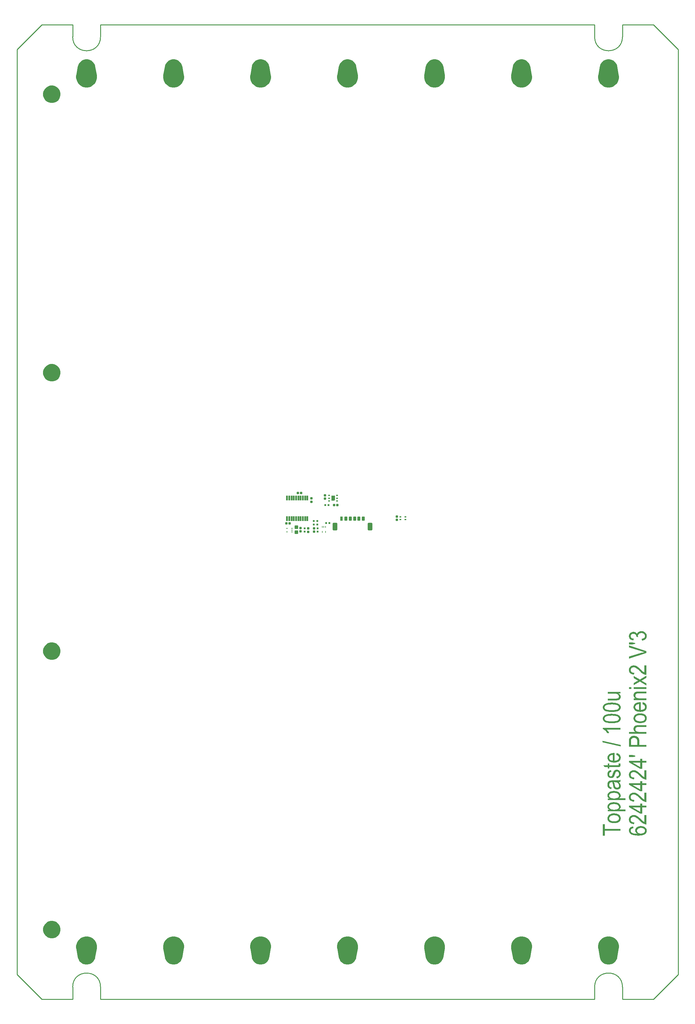
<source format=gtp>
G04*
G04 #@! TF.GenerationSoftware,Altium Limited,Altium Designer,21.4.1 (30)*
G04*
G04 Layer_Color=8421504*
%FSLAX25Y25*%
%MOIN*%
G70*
G04*
G04 #@! TF.SameCoordinates,1C4C5B7E-5BD0-495A-B64D-970DC72F7BB0*
G04*
G04*
G04 #@! TF.FilePolarity,Positive*
G04*
G01*
G75*
%ADD10C,0.01000*%
G04:AMPARAMS|DCode=11|XSize=15.75mil|YSize=21.65mil|CornerRadius=0mil|HoleSize=0mil|Usage=FLASHONLY|Rotation=270.000|XOffset=0mil|YOffset=0mil|HoleType=Round|Shape=RoundedRectangle|*
%AMROUNDEDRECTD11*
21,1,0.01575,0.02165,0,0,270.0*
21,1,0.01575,0.02165,0,0,270.0*
1,1,0.00000,-0.01083,-0.00787*
1,1,0.00000,-0.01083,0.00787*
1,1,0.00000,0.01083,0.00787*
1,1,0.00000,0.01083,-0.00787*
%
%ADD11ROUNDEDRECTD11*%
G04:AMPARAMS|DCode=12|XSize=11.81mil|YSize=19.68mil|CornerRadius=1.18mil|HoleSize=0mil|Usage=FLASHONLY|Rotation=270.000|XOffset=0mil|YOffset=0mil|HoleType=Round|Shape=RoundedRectangle|*
%AMROUNDEDRECTD12*
21,1,0.01181,0.01732,0,0,270.0*
21,1,0.00945,0.01968,0,0,270.0*
1,1,0.00236,-0.00866,-0.00472*
1,1,0.00236,-0.00866,0.00472*
1,1,0.00236,0.00866,0.00472*
1,1,0.00236,0.00866,-0.00472*
%
%ADD12ROUNDEDRECTD12*%
%ADD13R,0.01968X0.01181*%
G04:AMPARAMS|DCode=14|XSize=31.5mil|YSize=47.24mil|CornerRadius=3.15mil|HoleSize=0mil|Usage=FLASHONLY|Rotation=0.000|XOffset=0mil|YOffset=0mil|HoleType=Round|Shape=RoundedRectangle|*
%AMROUNDEDRECTD14*
21,1,0.03150,0.04095,0,0,0.0*
21,1,0.02520,0.04724,0,0,0.0*
1,1,0.00630,0.01260,-0.02047*
1,1,0.00630,-0.01260,-0.02047*
1,1,0.00630,-0.01260,0.02047*
1,1,0.00630,0.01260,0.02047*
%
%ADD14ROUNDEDRECTD14*%
%ADD15R,0.03150X0.04724*%
G04:AMPARAMS|DCode=16|XSize=51.18mil|YSize=84.65mil|CornerRadius=5.12mil|HoleSize=0mil|Usage=FLASHONLY|Rotation=0.000|XOffset=0mil|YOffset=0mil|HoleType=Round|Shape=RoundedRectangle|*
%AMROUNDEDRECTD16*
21,1,0.05118,0.07441,0,0,0.0*
21,1,0.04095,0.08465,0,0,0.0*
1,1,0.01024,0.02047,-0.03720*
1,1,0.01024,-0.02047,-0.03720*
1,1,0.01024,-0.02047,0.03720*
1,1,0.01024,0.02047,0.03720*
%
%ADD16ROUNDEDRECTD16*%
G04:AMPARAMS|DCode=17|XSize=21.65mil|YSize=19.68mil|CornerRadius=1.97mil|HoleSize=0mil|Usage=FLASHONLY|Rotation=90.000|XOffset=0mil|YOffset=0mil|HoleType=Round|Shape=RoundedRectangle|*
%AMROUNDEDRECTD17*
21,1,0.02165,0.01575,0,0,90.0*
21,1,0.01772,0.01968,0,0,90.0*
1,1,0.00394,0.00787,0.00886*
1,1,0.00394,0.00787,-0.00886*
1,1,0.00394,-0.00787,-0.00886*
1,1,0.00394,-0.00787,0.00886*
%
%ADD17ROUNDEDRECTD17*%
G04:AMPARAMS|DCode=18|XSize=17.72mil|YSize=55.12mil|CornerRadius=2.66mil|HoleSize=0mil|Usage=FLASHONLY|Rotation=0.000|XOffset=0mil|YOffset=0mil|HoleType=Round|Shape=RoundedRectangle|*
%AMROUNDEDRECTD18*
21,1,0.01772,0.04980,0,0,0.0*
21,1,0.01240,0.05512,0,0,0.0*
1,1,0.00532,0.00620,-0.02490*
1,1,0.00532,-0.00620,-0.02490*
1,1,0.00532,-0.00620,0.02490*
1,1,0.00532,0.00620,0.02490*
%
%ADD18ROUNDEDRECTD18*%
G04:AMPARAMS|DCode=19|XSize=25.2mil|YSize=23.62mil|CornerRadius=2.36mil|HoleSize=0mil|Usage=FLASHONLY|Rotation=180.000|XOffset=0mil|YOffset=0mil|HoleType=Round|Shape=RoundedRectangle|*
%AMROUNDEDRECTD19*
21,1,0.02520,0.01890,0,0,180.0*
21,1,0.02047,0.02362,0,0,180.0*
1,1,0.00472,-0.01024,0.00945*
1,1,0.00472,0.01024,0.00945*
1,1,0.00472,0.01024,-0.00945*
1,1,0.00472,-0.01024,-0.00945*
%
%ADD19ROUNDEDRECTD19*%
%ADD20R,0.02165X0.00984*%
G04:AMPARAMS|DCode=21|XSize=25.2mil|YSize=23.62mil|CornerRadius=2.36mil|HoleSize=0mil|Usage=FLASHONLY|Rotation=270.000|XOffset=0mil|YOffset=0mil|HoleType=Round|Shape=RoundedRectangle|*
%AMROUNDEDRECTD21*
21,1,0.02520,0.01890,0,0,270.0*
21,1,0.02047,0.02362,0,0,270.0*
1,1,0.00472,-0.00945,-0.01024*
1,1,0.00472,-0.00945,0.01024*
1,1,0.00472,0.00945,0.01024*
1,1,0.00472,0.00945,-0.01024*
%
%ADD21ROUNDEDRECTD21*%
G04:AMPARAMS|DCode=22|XSize=37.4mil|YSize=39.37mil|CornerRadius=3.74mil|HoleSize=0mil|Usage=FLASHONLY|Rotation=0.000|XOffset=0mil|YOffset=0mil|HoleType=Round|Shape=RoundedRectangle|*
%AMROUNDEDRECTD22*
21,1,0.03740,0.03189,0,0,0.0*
21,1,0.02992,0.03937,0,0,0.0*
1,1,0.00748,0.01496,-0.01595*
1,1,0.00748,-0.01496,-0.01595*
1,1,0.00748,-0.01496,0.01595*
1,1,0.00748,0.01496,0.01595*
%
%ADD22ROUNDEDRECTD22*%
G04:AMPARAMS|DCode=23|XSize=21.65mil|YSize=19.68mil|CornerRadius=1.97mil|HoleSize=0mil|Usage=FLASHONLY|Rotation=180.000|XOffset=0mil|YOffset=0mil|HoleType=Round|Shape=RoundedRectangle|*
%AMROUNDEDRECTD23*
21,1,0.02165,0.01575,0,0,180.0*
21,1,0.01772,0.01968,0,0,180.0*
1,1,0.00394,-0.00886,0.00787*
1,1,0.00394,0.00886,0.00787*
1,1,0.00394,0.00886,-0.00787*
1,1,0.00394,-0.00886,-0.00787*
%
%ADD23ROUNDEDRECTD23*%
%ADD24R,0.00984X0.02165*%
G36*
X372645Y542421D02*
X374272Y541840D01*
X375776Y540989D01*
X377112Y539893D01*
X378241Y538586D01*
X379130Y537105D01*
X379754Y535493D01*
X379923Y534646D01*
X381696Y524768D01*
X381696Y524768D01*
X381883Y523747D01*
X381896Y521673D01*
X381547Y519627D01*
X380846Y517674D01*
X379816Y515873D01*
X378488Y514280D01*
X376902Y512942D01*
X375108Y511901D01*
X373159Y511188D01*
X371116Y510827D01*
X369041Y510827D01*
X366998Y511188D01*
X365050Y511901D01*
X363255Y512942D01*
X361669Y514280D01*
X360341Y515873D01*
X359311Y517674D01*
X358611Y519627D01*
X358262Y521673D01*
X358274Y523747D01*
X358461Y524768D01*
X360236Y534646D01*
X360234Y534646D01*
X360234Y534646D01*
X360404Y535493D01*
X361027Y537105D01*
X361916Y538586D01*
X363046Y539893D01*
X364382Y540989D01*
X365886Y541840D01*
X367512Y542421D01*
X369215Y542717D01*
X370943Y542717D01*
X372645Y542421D01*
D02*
G37*
G36*
X274220D02*
X275847Y541840D01*
X277350Y540989D01*
X278686Y539893D01*
X279816Y538586D01*
X280705Y537105D01*
X281329Y535493D01*
X281498Y534646D01*
X283271Y524768D01*
X283271Y524768D01*
X283458Y523747D01*
X283471Y521673D01*
X283121Y519627D01*
X282421Y517674D01*
X281391Y515873D01*
X280063Y514280D01*
X278477Y512942D01*
X276682Y511901D01*
X274734Y511188D01*
X272691Y510827D01*
X270616Y510827D01*
X268573Y511188D01*
X266624Y511901D01*
X264830Y512942D01*
X263244Y514280D01*
X261916Y515873D01*
X260886Y517674D01*
X260186Y519627D01*
X259836Y521673D01*
X259849Y523747D01*
X260036Y524768D01*
X261811Y534646D01*
X261809Y534646D01*
X261809Y534646D01*
X261979Y535493D01*
X262602Y537105D01*
X263491Y538586D01*
X264621Y539893D01*
X265957Y540989D01*
X267460Y541840D01*
X269087Y542421D01*
X270790Y542717D01*
X272517Y542717D01*
X274220Y542421D01*
D02*
G37*
G36*
X175795D02*
X177421Y541840D01*
X178925Y540989D01*
X180261Y539893D01*
X181391Y538586D01*
X182280Y537105D01*
X182903Y535493D01*
X183073Y534646D01*
X184846Y524768D01*
X184846Y524768D01*
X185033Y523747D01*
X185046Y521673D01*
X184696Y519627D01*
X183996Y517674D01*
X182966Y515873D01*
X181638Y514280D01*
X180052Y512942D01*
X178257Y511901D01*
X176309Y511188D01*
X174266Y510827D01*
X172191Y510827D01*
X170148Y511188D01*
X168199Y511901D01*
X166405Y512942D01*
X164819Y514280D01*
X163491Y515873D01*
X162461Y517674D01*
X161760Y519627D01*
X161411Y521673D01*
X161424Y523747D01*
X161611Y524768D01*
X163386Y534646D01*
X163384Y534646D01*
X163384Y534646D01*
X163553Y535493D01*
X164177Y537105D01*
X165066Y538586D01*
X166195Y539893D01*
X167532Y540989D01*
X169035Y541840D01*
X170662Y542421D01*
X172364Y542717D01*
X174092Y542717D01*
X175795Y542421D01*
D02*
G37*
G36*
X-21056D02*
X-19429Y541840D01*
X-17925Y540989D01*
X-16589Y539893D01*
X-15460Y538586D01*
X-14570Y537105D01*
X-13947Y535493D01*
X-13778Y534646D01*
X-12005Y524768D01*
X-12005Y524768D01*
X-11818Y523747D01*
X-11805Y521673D01*
X-12154Y519627D01*
X-12854Y517674D01*
X-13884Y515873D01*
X-15213Y514280D01*
X-16798Y512942D01*
X-18593Y511901D01*
X-20542Y511188D01*
X-22585Y510827D01*
X-24659Y510827D01*
X-26702Y511188D01*
X-28651Y511901D01*
X-30446Y512942D01*
X-32031Y514280D01*
X-33360Y515873D01*
X-34390Y517674D01*
X-35090Y519627D01*
X-35439Y521673D01*
X-35427Y523747D01*
X-35239Y524768D01*
X-33465Y534646D01*
X-33467Y534646D01*
X-33467Y534646D01*
X-33297Y535493D01*
X-32674Y537105D01*
X-31784Y538586D01*
X-30655Y539893D01*
X-29319Y540989D01*
X-27815Y541840D01*
X-26188Y542421D01*
X-24486Y542717D01*
X-22758Y542717D01*
X-21056Y542421D01*
D02*
G37*
G36*
X-119481D02*
X-117854Y541840D01*
X-116350Y540989D01*
X-115014Y539893D01*
X-113885Y538586D01*
X-112996Y537105D01*
X-112372Y535493D01*
X-112203Y534646D01*
X-110430Y524768D01*
X-110430Y524768D01*
X-110243Y523747D01*
X-110230Y521673D01*
X-110579Y519627D01*
X-111280Y517674D01*
X-112310Y515873D01*
X-113638Y514280D01*
X-115224Y512942D01*
X-117018Y511901D01*
X-118967Y511188D01*
X-121010Y510827D01*
X-123085Y510827D01*
X-125128Y511188D01*
X-127076Y511901D01*
X-128871Y512942D01*
X-130457Y514280D01*
X-131785Y515873D01*
X-132815Y517674D01*
X-133515Y519627D01*
X-133864Y521673D01*
X-133852Y523747D01*
X-133665Y524768D01*
X-131890Y534646D01*
X-131892Y534646D01*
X-131892Y534646D01*
X-131722Y535493D01*
X-131099Y537105D01*
X-130210Y538586D01*
X-129080Y539893D01*
X-127744Y540989D01*
X-126240Y541840D01*
X-124613Y542421D01*
X-122911Y542717D01*
X-121183Y542717D01*
X-119481Y542421D01*
D02*
G37*
G36*
X-217906D02*
X-216279Y541840D01*
X-214776Y540989D01*
X-213439Y539893D01*
X-212310Y538586D01*
X-211421Y537105D01*
X-210798Y535493D01*
X-210628Y534646D01*
X-208855Y524768D01*
X-208855Y524768D01*
X-208668Y523747D01*
X-208655Y521673D01*
X-209004Y519627D01*
X-209705Y517674D01*
X-210735Y515873D01*
X-212063Y514280D01*
X-213649Y512942D01*
X-215443Y511901D01*
X-217392Y511188D01*
X-219435Y510827D01*
X-221510Y510827D01*
X-223553Y511188D01*
X-225501Y511901D01*
X-227296Y512942D01*
X-228882Y514280D01*
X-230210Y515873D01*
X-231240Y517674D01*
X-231940Y519627D01*
X-232290Y521673D01*
X-232277Y523747D01*
X-232090Y524768D01*
X-230315Y534646D01*
X-230317Y534646D01*
X-230317Y534646D01*
X-230147Y535493D01*
X-229524Y537105D01*
X-228635Y538586D01*
X-227505Y539893D01*
X-226169Y540989D01*
X-224666Y541840D01*
X-223039Y542421D01*
X-221336Y542717D01*
X-219609Y542717D01*
X-217906Y542421D01*
D02*
G37*
G36*
X77369Y542421D02*
X78996Y541840D01*
X80500Y540989D01*
X81836Y539893D01*
X82965Y538586D01*
X83855Y537105D01*
X84478Y535493D01*
X84648Y534646D01*
X86421Y524768D01*
X86421Y524768D01*
X86608Y523747D01*
X86620Y521673D01*
X86271Y519627D01*
X85571Y517674D01*
X84541Y515873D01*
X83213Y514280D01*
X81627Y512942D01*
X79832Y511901D01*
X77883Y511188D01*
X75841Y510827D01*
X73766Y510827D01*
X71723Y511188D01*
X69774Y511901D01*
X67980Y512942D01*
X66394Y514280D01*
X65066Y515873D01*
X64035Y517674D01*
X63335Y519627D01*
X62986Y521673D01*
X62999Y523747D01*
X63186Y524768D01*
X64961Y534646D01*
X64959Y534646D01*
X64959Y534646D01*
X65128Y535493D01*
X65751Y537105D01*
X66641Y538586D01*
X67770Y539893D01*
X69106Y540989D01*
X70610Y541840D01*
X72237Y542421D01*
X73939Y542717D01*
X75667Y542717D01*
X77369Y542421D01*
D02*
G37*
G36*
X-256972Y512614D02*
X-255180Y511872D01*
X-253568Y510795D01*
X-252197Y509424D01*
X-251120Y507812D01*
X-250378Y506020D01*
X-250000Y504119D01*
Y503150D01*
Y502180D01*
X-250378Y500279D01*
X-251120Y498487D01*
X-252197Y496875D01*
X-253568Y495504D01*
X-255180Y494427D01*
X-256972Y493685D01*
X-258873Y493307D01*
X-260812D01*
X-262714Y493685D01*
X-264505Y494427D01*
X-266117Y495504D01*
X-267488Y496875D01*
X-268565Y498487D01*
X-269307Y500279D01*
X-269685Y502180D01*
Y503150D01*
Y504119D01*
X-269307Y506020D01*
X-268565Y507812D01*
X-267488Y509424D01*
X-266117Y510795D01*
X-264505Y511872D01*
X-262714Y512614D01*
X-260812Y512992D01*
X-258873D01*
X-256972Y512614D01*
D02*
G37*
G36*
Y197653D02*
X-255180Y196911D01*
X-253568Y195834D01*
X-252197Y194463D01*
X-251120Y192851D01*
X-250378Y191060D01*
X-250000Y189158D01*
Y188189D01*
Y187220D01*
X-250378Y185318D01*
X-251120Y183527D01*
X-252197Y181915D01*
X-253568Y180544D01*
X-255180Y179467D01*
X-256972Y178725D01*
X-258873Y178347D01*
X-260812D01*
X-262714Y178725D01*
X-264505Y179467D01*
X-266117Y180544D01*
X-267488Y181915D01*
X-268565Y183527D01*
X-269307Y185318D01*
X-269685Y187220D01*
Y188189D01*
Y189158D01*
X-269307Y191060D01*
X-268565Y192851D01*
X-267488Y194463D01*
X-266117Y195834D01*
X-264505Y196911D01*
X-262714Y197653D01*
X-260812Y198031D01*
X-258873D01*
X-256972Y197653D01*
D02*
G37*
G36*
X60527Y44344D02*
X59459Y43276D01*
X56394D01*
X56395Y49180D01*
X60527D01*
X60527Y44344D01*
D02*
G37*
G36*
X407613Y-104206D02*
X407849Y-104232D01*
X408138Y-104259D01*
X408427Y-104311D01*
X408768Y-104390D01*
X409476Y-104574D01*
X409843Y-104705D01*
X410211Y-104862D01*
X410604Y-105046D01*
X410972Y-105282D01*
X411313Y-105518D01*
X411654Y-105807D01*
X411680Y-105833D01*
X411733Y-105886D01*
X411811Y-105964D01*
X411916Y-106096D01*
X412048Y-106253D01*
X412205Y-106437D01*
X412362Y-106647D01*
X412520Y-106909D01*
X412835Y-107460D01*
X413123Y-108116D01*
X413228Y-108483D01*
X413307Y-108851D01*
X413360Y-109244D01*
X413386Y-109664D01*
Y-109874D01*
X413360Y-110005D01*
X413333Y-110189D01*
X413307Y-110399D01*
X413202Y-110897D01*
X413019Y-111448D01*
X412887Y-111763D01*
X412730Y-112052D01*
X412572Y-112367D01*
X412362Y-112655D01*
X412126Y-112944D01*
X411864Y-113233D01*
X411838Y-113259D01*
X411785Y-113285D01*
X411706Y-113364D01*
X411575Y-113469D01*
X411444Y-113574D01*
X411234Y-113705D01*
X411024Y-113836D01*
X410788Y-113968D01*
X410499Y-114125D01*
X410185Y-114256D01*
X409870Y-114387D01*
X409502Y-114518D01*
X409109Y-114650D01*
X408689Y-114728D01*
X408243Y-114807D01*
X407770Y-114860D01*
X407456Y-112865D01*
X407508D01*
X407613Y-112839D01*
X407823Y-112787D01*
X408059Y-112734D01*
X408374Y-112655D01*
X408689Y-112550D01*
X409056Y-112393D01*
X409397Y-112236D01*
X409765Y-112052D01*
X410132Y-111842D01*
X410447Y-111580D01*
X410762Y-111291D01*
X410998Y-110950D01*
X411208Y-110582D01*
X411313Y-110163D01*
X411365Y-109717D01*
Y-109585D01*
X411339Y-109480D01*
X411313Y-109218D01*
X411208Y-108903D01*
X411077Y-108510D01*
X410867Y-108116D01*
X410578Y-107722D01*
X410421Y-107512D01*
X410211Y-107329D01*
X410185D01*
X410158Y-107276D01*
X410001Y-107171D01*
X409738Y-107014D01*
X409397Y-106804D01*
X408978Y-106620D01*
X408453Y-106463D01*
X407875Y-106358D01*
X407219Y-106305D01*
X407193D01*
X407141D01*
X407062D01*
X406931Y-106332D01*
X406773D01*
X406616Y-106358D01*
X406196Y-106410D01*
X405750Y-106542D01*
X405304Y-106699D01*
X404832Y-106935D01*
X404412Y-107250D01*
X404359Y-107302D01*
X404254Y-107407D01*
X404071Y-107617D01*
X403861Y-107880D01*
X403677Y-108195D01*
X403493Y-108588D01*
X403388Y-109034D01*
X403336Y-109507D01*
Y-109612D01*
X403362Y-109743D01*
Y-109900D01*
X403415Y-110110D01*
X403467Y-110346D01*
X403520Y-110609D01*
X403624Y-110924D01*
X401473Y-110687D01*
X401525Y-110373D01*
Y-110241D01*
X401499Y-110136D01*
X401473Y-109848D01*
X401420Y-109507D01*
X401289Y-109139D01*
X401132Y-108746D01*
X400922Y-108326D01*
X400607Y-107958D01*
X400555Y-107906D01*
X400450Y-107801D01*
X400240Y-107670D01*
X399951Y-107486D01*
X399610Y-107302D01*
X399190Y-107171D01*
X398718Y-107066D01*
X398167Y-107014D01*
X398140D01*
X398114D01*
X398035D01*
X397931D01*
X397694Y-107066D01*
X397353Y-107119D01*
X397012Y-107198D01*
X396645Y-107355D01*
X396277Y-107539D01*
X395936Y-107801D01*
X395910Y-107827D01*
X395805Y-107932D01*
X395674Y-108116D01*
X395490Y-108326D01*
X395333Y-108615D01*
X395201Y-108929D01*
X395096Y-109297D01*
X395070Y-109690D01*
Y-109874D01*
X395123Y-110110D01*
X395175Y-110373D01*
X395280Y-110687D01*
X395438Y-111002D01*
X395674Y-111344D01*
X395963Y-111658D01*
X396015Y-111685D01*
X396120Y-111790D01*
X396330Y-111921D01*
X396645Y-112078D01*
X397012Y-112236D01*
X397484Y-112419D01*
X398035Y-112550D01*
X398665Y-112655D01*
X398219Y-114650D01*
X398193D01*
X398114Y-114623D01*
X397983Y-114597D01*
X397799Y-114571D01*
X397589Y-114518D01*
X397353Y-114466D01*
X397065Y-114387D01*
X396776Y-114309D01*
X396146Y-114072D01*
X395516Y-113784D01*
X394913Y-113416D01*
X394624Y-113207D01*
X394362Y-112970D01*
X394336Y-112944D01*
X394309Y-112918D01*
X394231Y-112839D01*
X394152Y-112734D01*
X394047Y-112603D01*
X393942Y-112446D01*
X393706Y-112052D01*
X393470Y-111606D01*
X393260Y-111055D01*
X393102Y-110425D01*
X393076Y-110084D01*
X393050Y-109743D01*
Y-109559D01*
X393076Y-109402D01*
X393102Y-109244D01*
X393128Y-109034D01*
X393233Y-108562D01*
X393417Y-108037D01*
X393680Y-107460D01*
X393837Y-107198D01*
X394021Y-106909D01*
X394257Y-106620D01*
X394519Y-106358D01*
X394546Y-106332D01*
X394598Y-106305D01*
X394677Y-106227D01*
X394782Y-106148D01*
X394939Y-106043D01*
X395096Y-105912D01*
X395306Y-105781D01*
X395543Y-105649D01*
X396067Y-105413D01*
X396697Y-105177D01*
X397432Y-105020D01*
X397799Y-104993D01*
X398219Y-104967D01*
X398245D01*
X398272D01*
X398350D01*
X398455D01*
X398718Y-104993D01*
X399032Y-105046D01*
X399400Y-105125D01*
X399820Y-105230D01*
X400240Y-105361D01*
X400633Y-105571D01*
X400686Y-105597D01*
X400791Y-105676D01*
X401001Y-105807D01*
X401210Y-105991D01*
X401473Y-106227D01*
X401761Y-106489D01*
X402024Y-106830D01*
X402260Y-107198D01*
Y-107145D01*
X402313Y-107040D01*
X402391Y-106856D01*
X402470Y-106620D01*
X402601Y-106384D01*
X402759Y-106122D01*
X402969Y-105833D01*
X403179Y-105597D01*
X403205Y-105571D01*
X403283Y-105492D01*
X403415Y-105387D01*
X403598Y-105230D01*
X403834Y-105072D01*
X404123Y-104888D01*
X404464Y-104731D01*
X404832Y-104574D01*
X404884Y-104547D01*
X405015Y-104521D01*
X405225Y-104442D01*
X405514Y-104364D01*
X405855Y-104311D01*
X406249Y-104232D01*
X406695Y-104206D01*
X407167Y-104180D01*
X407193D01*
X407298D01*
X407429D01*
X407613Y-104206D01*
D02*
G37*
G36*
X400187Y-117457D02*
Y-118691D01*
X396461Y-119189D01*
X393128D01*
Y-116906D01*
X396461D01*
X400187Y-117457D01*
D02*
G37*
G36*
X413045Y-126746D02*
Y-128977D01*
X393128Y-135301D01*
Y-132939D01*
X407613Y-128714D01*
X407639D01*
X407692Y-128688D01*
X407770Y-128662D01*
X407902Y-128636D01*
X408059Y-128583D01*
X408217Y-128531D01*
X408636Y-128426D01*
X409135Y-128295D01*
X409686Y-128137D01*
X410263Y-127980D01*
X410867Y-127848D01*
X410841D01*
X410788Y-127822D01*
X410709Y-127796D01*
X410578Y-127770D01*
X410447Y-127743D01*
X410263Y-127691D01*
X409843Y-127586D01*
X409345Y-127455D01*
X408794Y-127324D01*
X408217Y-127166D01*
X407613Y-126982D01*
X393128Y-122548D01*
Y-120370D01*
X413045Y-126746D01*
D02*
G37*
G36*
X-256972Y-117307D02*
X-255180Y-118049D01*
X-253568Y-119126D01*
X-252197Y-120497D01*
X-251120Y-122109D01*
X-250378Y-123901D01*
X-250000Y-125802D01*
Y-126772D01*
Y-127741D01*
X-250378Y-129643D01*
X-251120Y-131434D01*
X-252197Y-133046D01*
X-253568Y-134417D01*
X-255180Y-135494D01*
X-256972Y-136236D01*
X-258873Y-136614D01*
X-260812D01*
X-262714Y-136236D01*
X-264505Y-135494D01*
X-266117Y-134417D01*
X-267488Y-133046D01*
X-268565Y-131434D01*
X-269307Y-129643D01*
X-269685Y-127741D01*
Y-126772D01*
Y-125802D01*
X-269307Y-123901D01*
X-268565Y-122109D01*
X-267488Y-120497D01*
X-266117Y-119126D01*
X-264505Y-118049D01*
X-262714Y-117307D01*
X-260812Y-116929D01*
X-258873D01*
X-256972Y-117307D01*
D02*
G37*
G36*
X413045Y-153721D02*
X413019D01*
X412992D01*
X412914D01*
X412782D01*
X412651Y-153695D01*
X412494D01*
X412126Y-153642D01*
X411654Y-153537D01*
X411103Y-153380D01*
X410499Y-153170D01*
X409870Y-152881D01*
X409843D01*
X409791Y-152829D01*
X409686Y-152776D01*
X409555Y-152698D01*
X409371Y-152593D01*
X409187Y-152462D01*
X408951Y-152304D01*
X408689Y-152120D01*
X408374Y-151910D01*
X408059Y-151674D01*
X407718Y-151412D01*
X407351Y-151097D01*
X406957Y-150756D01*
X406563Y-150415D01*
X406144Y-149995D01*
X405697Y-149575D01*
X405671Y-149549D01*
X405566Y-149444D01*
X405435Y-149313D01*
X405225Y-149129D01*
X404989Y-148893D01*
X404727Y-148630D01*
X404438Y-148368D01*
X404097Y-148053D01*
X403415Y-147450D01*
X402680Y-146846D01*
X402339Y-146558D01*
X401998Y-146295D01*
X401657Y-146085D01*
X401368Y-145902D01*
X401342D01*
X401289Y-145875D01*
X401210Y-145823D01*
X401105Y-145770D01*
X400817Y-145613D01*
X400450Y-145456D01*
X400003Y-145298D01*
X399531Y-145141D01*
X399006Y-145036D01*
X398508Y-145009D01*
X398481D01*
X398429D01*
X398350D01*
X398245D01*
X397983Y-145062D01*
X397616Y-145114D01*
X397248Y-145219D01*
X396828Y-145377D01*
X396409Y-145613D01*
X396041Y-145902D01*
X395989Y-145954D01*
X395884Y-146059D01*
X395726Y-146243D01*
X395543Y-146505D01*
X395385Y-146820D01*
X395228Y-147187D01*
X395123Y-147607D01*
X395070Y-148080D01*
Y-148211D01*
X395096Y-148316D01*
X395123Y-148578D01*
X395201Y-148893D01*
X395333Y-149234D01*
X395516Y-149628D01*
X395779Y-149995D01*
X396120Y-150362D01*
X396172Y-150389D01*
X396304Y-150494D01*
X396540Y-150651D01*
X396881Y-150808D01*
X397274Y-150966D01*
X397799Y-151123D01*
X398376Y-151228D01*
X399059Y-151254D01*
X398796Y-153328D01*
X398770D01*
X398665D01*
X398534Y-153301D01*
X398324Y-153275D01*
X398088Y-153223D01*
X397826Y-153196D01*
X397511Y-153118D01*
X397196Y-153039D01*
X396514Y-152855D01*
X395805Y-152567D01*
X395123Y-152199D01*
X394808Y-151963D01*
X394519Y-151727D01*
X394493Y-151701D01*
X394467Y-151648D01*
X394388Y-151569D01*
X394283Y-151464D01*
X394178Y-151333D01*
X394047Y-151150D01*
X393916Y-150966D01*
X393784Y-150730D01*
X393653Y-150467D01*
X393522Y-150205D01*
X393286Y-149575D01*
X393102Y-148840D01*
X393076Y-148447D01*
X393050Y-148027D01*
Y-147791D01*
X393076Y-147607D01*
X393102Y-147397D01*
X393128Y-147161D01*
X393260Y-146610D01*
X393470Y-146007D01*
X393601Y-145692D01*
X393758Y-145377D01*
X393968Y-145062D01*
X394204Y-144773D01*
X394467Y-144511D01*
X394755Y-144248D01*
X394782Y-144222D01*
X394834Y-144196D01*
X394913Y-144117D01*
X395044Y-144038D01*
X395201Y-143960D01*
X395411Y-143829D01*
X395621Y-143724D01*
X395858Y-143592D01*
X396435Y-143356D01*
X397091Y-143173D01*
X397799Y-143015D01*
X398193Y-142989D01*
X398587Y-142963D01*
X398613D01*
X398665D01*
X398770D01*
X398901Y-142989D01*
X399085D01*
X399269Y-143015D01*
X399505Y-143041D01*
X399741Y-143094D01*
X400318Y-143199D01*
X400922Y-143383D01*
X401578Y-143645D01*
X402234Y-143986D01*
X402260D01*
X402313Y-144038D01*
X402418Y-144091D01*
X402549Y-144196D01*
X402732Y-144301D01*
X402942Y-144458D01*
X403179Y-144616D01*
X403467Y-144826D01*
X403782Y-145088D01*
X404123Y-145351D01*
X404517Y-145665D01*
X404910Y-146007D01*
X405356Y-146400D01*
X405829Y-146820D01*
X406354Y-147292D01*
X406878Y-147791D01*
X406905Y-147817D01*
X406957Y-147870D01*
X407062Y-147948D01*
X407167Y-148080D01*
X407482Y-148394D01*
X407875Y-148735D01*
X408269Y-149129D01*
X408689Y-149523D01*
X409056Y-149838D01*
X409240Y-149995D01*
X409371Y-150100D01*
X409397Y-150126D01*
X409476Y-150179D01*
X409607Y-150284D01*
X409791Y-150389D01*
X409975Y-150546D01*
X410211Y-150677D01*
X410683Y-150940D01*
Y-142936D01*
X413045D01*
Y-153721D01*
D02*
G37*
G36*
Y-157027D02*
X408584Y-159494D01*
X407377Y-160097D01*
X413045Y-163220D01*
Y-165634D01*
X405540Y-161331D01*
X398613Y-165293D01*
Y-162826D01*
X401998Y-161016D01*
X402050Y-160990D01*
X402155Y-160937D01*
X402339Y-160832D01*
X402549Y-160701D01*
X402811Y-160570D01*
X403074Y-160439D01*
X403336Y-160307D01*
X403598Y-160176D01*
X403546Y-160150D01*
X403441Y-160097D01*
X403283Y-159992D01*
X403074Y-159888D01*
X402837Y-159730D01*
X402575Y-159599D01*
X402050Y-159284D01*
X398613Y-157316D01*
Y-154902D01*
X405409Y-158969D01*
X413045Y-154561D01*
Y-157027D01*
D02*
G37*
G36*
Y-169413D02*
X398613D01*
Y-167418D01*
X413045D01*
Y-169413D01*
D02*
G37*
G36*
X395936D02*
X393128D01*
Y-167418D01*
X395936D01*
Y-169413D01*
D02*
G37*
G36*
X413045Y-174477D02*
X404281D01*
X404254D01*
X404202D01*
X404123D01*
X404018D01*
X403729Y-174503D01*
X403388D01*
X402995Y-174556D01*
X402627Y-174608D01*
X402260Y-174661D01*
X401945Y-174766D01*
X401919D01*
X401814Y-174818D01*
X401683Y-174871D01*
X401525Y-174976D01*
X401342Y-175080D01*
X401158Y-175238D01*
X400974Y-175395D01*
X400817Y-175605D01*
X400791Y-175631D01*
X400738Y-175710D01*
X400686Y-175815D01*
X400607Y-175999D01*
X400528Y-176182D01*
X400450Y-176419D01*
X400423Y-176655D01*
X400397Y-176944D01*
Y-177075D01*
X400423Y-177180D01*
X400450Y-177442D01*
X400528Y-177783D01*
X400659Y-178150D01*
X400843Y-178518D01*
X401105Y-178911D01*
X401473Y-179253D01*
X401525Y-179279D01*
X401578Y-179331D01*
X401683Y-179384D01*
X401814Y-179436D01*
X401945Y-179515D01*
X402129Y-179594D01*
X402339Y-179672D01*
X402575Y-179751D01*
X402837Y-179830D01*
X403152Y-179909D01*
X403493Y-179961D01*
X403861Y-180014D01*
X404254Y-180066D01*
X404700Y-180092D01*
X405173D01*
X413045D01*
Y-182087D01*
X398613D01*
Y-180276D01*
X400633D01*
X400607Y-180250D01*
X400476Y-180171D01*
X400266Y-180014D01*
X400003Y-179830D01*
X399715Y-179620D01*
X399426Y-179358D01*
X399137Y-179043D01*
X398901Y-178702D01*
X398875Y-178649D01*
X398796Y-178544D01*
X398718Y-178334D01*
X398587Y-178072D01*
X398481Y-177757D01*
X398403Y-177390D01*
X398324Y-176970D01*
X398298Y-176524D01*
Y-176366D01*
X398324Y-176182D01*
X398350Y-175946D01*
X398403Y-175684D01*
X398455Y-175395D01*
X398560Y-175080D01*
X398691Y-174792D01*
X398718Y-174766D01*
X398770Y-174661D01*
X398849Y-174503D01*
X398954Y-174320D01*
X399085Y-174110D01*
X399242Y-173900D01*
X399452Y-173690D01*
X399662Y-173480D01*
X399689Y-173454D01*
X399767Y-173401D01*
X399899Y-173296D01*
X400082Y-173191D01*
X400318Y-173086D01*
X400581Y-172955D01*
X400896Y-172850D01*
X401237Y-172745D01*
X401289D01*
X401420Y-172693D01*
X401630Y-172666D01*
X401971Y-172614D01*
X402365Y-172561D01*
X402890Y-172535D01*
X403493Y-172483D01*
X404202D01*
X413045D01*
Y-174477D01*
D02*
G37*
G36*
X383530Y-174661D02*
X381457D01*
X381509Y-174687D01*
X381667Y-174792D01*
X381877Y-174923D01*
X382139Y-175133D01*
X382428Y-175369D01*
X382716Y-175658D01*
X383005Y-175973D01*
X383268Y-176314D01*
X383294Y-176366D01*
X383372Y-176471D01*
X383451Y-176655D01*
X383556Y-176917D01*
X383687Y-177232D01*
X383766Y-177573D01*
X383845Y-177993D01*
X383871Y-178413D01*
Y-178649D01*
X383819Y-178911D01*
X383766Y-179253D01*
X383687Y-179620D01*
X383556Y-180040D01*
X383372Y-180433D01*
X383136Y-180827D01*
X383110Y-180879D01*
X383005Y-180984D01*
X382821Y-181142D01*
X382612Y-181352D01*
X382323Y-181562D01*
X382008Y-181798D01*
X381641Y-181982D01*
X381221Y-182139D01*
X381195D01*
X381168D01*
X381011Y-182192D01*
X380749Y-182244D01*
X380381Y-182296D01*
X379935Y-182349D01*
X379410Y-182401D01*
X378781Y-182428D01*
X378072Y-182454D01*
X369098D01*
Y-180460D01*
X377127D01*
X377154D01*
X377232D01*
X377337D01*
X377495D01*
X377678D01*
X377862D01*
X378334Y-180433D01*
X378833Y-180407D01*
X379332Y-180381D01*
X379778Y-180328D01*
X379961Y-180276D01*
X380119Y-180250D01*
X380145D01*
X380250Y-180197D01*
X380381Y-180145D01*
X380565Y-180066D01*
X380749Y-179935D01*
X380958Y-179804D01*
X381142Y-179620D01*
X381326Y-179410D01*
X381352Y-179384D01*
X381404Y-179305D01*
X381457Y-179174D01*
X381536Y-179016D01*
X381641Y-178806D01*
X381693Y-178570D01*
X381746Y-178334D01*
X381772Y-178046D01*
Y-177914D01*
X381746Y-177809D01*
X381719Y-177547D01*
X381614Y-177206D01*
X381483Y-176839D01*
X381273Y-176445D01*
X380985Y-176051D01*
X380801Y-175868D01*
X380591Y-175684D01*
X380539Y-175658D01*
X380486Y-175605D01*
X380381Y-175553D01*
X380276Y-175500D01*
X380119Y-175422D01*
X379935Y-175343D01*
X379751Y-175264D01*
X379489Y-175212D01*
X379227Y-175133D01*
X378938Y-175054D01*
X378597Y-175002D01*
X378203Y-174949D01*
X377810Y-174897D01*
X377364Y-174871D01*
X376865D01*
X369098D01*
Y-172876D01*
X383530D01*
Y-174661D01*
D02*
G37*
G36*
X406459Y-193370D02*
X406485D01*
X406563D01*
X406695Y-193343D01*
X406852D01*
X407062Y-193317D01*
X407298Y-193291D01*
X407823Y-193186D01*
X408427Y-193055D01*
X409030Y-192871D01*
X409607Y-192609D01*
X409896Y-192451D01*
X410132Y-192268D01*
X410185Y-192215D01*
X410316Y-192084D01*
X410526Y-191874D01*
X410736Y-191585D01*
X410972Y-191218D01*
X411182Y-190798D01*
X411313Y-190326D01*
X411339Y-190090D01*
X411365Y-189827D01*
Y-189722D01*
X411339Y-189617D01*
X411313Y-189460D01*
X411287Y-189276D01*
X411208Y-189066D01*
X411129Y-188830D01*
X410998Y-188594D01*
X410841Y-188332D01*
X410631Y-188069D01*
X410394Y-187807D01*
X410106Y-187544D01*
X409765Y-187308D01*
X409371Y-187072D01*
X408925Y-186862D01*
X408400Y-186679D01*
X408715Y-184606D01*
X408741D01*
X408820Y-184632D01*
X408925Y-184658D01*
X409109Y-184711D01*
X409292Y-184763D01*
X409528Y-184842D01*
X410027Y-185025D01*
X410604Y-185288D01*
X411182Y-185629D01*
X411733Y-186022D01*
X411995Y-186259D01*
X412231Y-186495D01*
Y-186521D01*
X412284Y-186547D01*
X412336Y-186626D01*
X412415Y-186731D01*
X412494Y-186862D01*
X412599Y-187020D01*
X412809Y-187413D01*
X413019Y-187886D01*
X413202Y-188463D01*
X413333Y-189119D01*
X413360Y-189460D01*
X413386Y-189827D01*
Y-189932D01*
X413360Y-190064D01*
Y-190247D01*
X413333Y-190457D01*
X413281Y-190693D01*
X413228Y-190982D01*
X413150Y-191270D01*
X413045Y-191585D01*
X412914Y-191927D01*
X412782Y-192268D01*
X412599Y-192609D01*
X412362Y-192950D01*
X412126Y-193265D01*
X411838Y-193606D01*
X411497Y-193895D01*
X411470Y-193921D01*
X411418Y-193973D01*
X411287Y-194026D01*
X411129Y-194131D01*
X410946Y-194262D01*
X410709Y-194393D01*
X410421Y-194524D01*
X410080Y-194656D01*
X409712Y-194813D01*
X409319Y-194944D01*
X408846Y-195075D01*
X408374Y-195206D01*
X407823Y-195311D01*
X407246Y-195364D01*
X406642Y-195416D01*
X405986Y-195443D01*
X405934D01*
X405829D01*
X405619D01*
X405356Y-195416D01*
X405068Y-195390D01*
X404700Y-195364D01*
X404307Y-195311D01*
X403861Y-195259D01*
X402942Y-195075D01*
X402470Y-194944D01*
X401998Y-194787D01*
X401525Y-194603D01*
X401079Y-194393D01*
X400659Y-194157D01*
X400266Y-193895D01*
X400240Y-193868D01*
X400187Y-193816D01*
X400082Y-193737D01*
X399951Y-193606D01*
X399820Y-193448D01*
X399636Y-193265D01*
X399452Y-193055D01*
X399269Y-192792D01*
X399085Y-192530D01*
X398928Y-192215D01*
X398613Y-191559D01*
X398481Y-191166D01*
X398376Y-190772D01*
X398324Y-190352D01*
X398298Y-189906D01*
Y-189696D01*
X398324Y-189512D01*
X398350Y-189329D01*
X398403Y-189093D01*
X398455Y-188856D01*
X398534Y-188568D01*
X398639Y-188279D01*
X398770Y-187964D01*
X398928Y-187649D01*
X399111Y-187335D01*
X399347Y-187020D01*
X399610Y-186705D01*
X399899Y-186390D01*
X400240Y-186101D01*
X400266Y-186075D01*
X400318Y-186022D01*
X400450Y-185970D01*
X400607Y-185865D01*
X400791Y-185734D01*
X401027Y-185603D01*
X401315Y-185471D01*
X401657Y-185314D01*
X402024Y-185183D01*
X402444Y-185052D01*
X402916Y-184920D01*
X403415Y-184789D01*
X403939Y-184684D01*
X404543Y-184632D01*
X405173Y-184579D01*
X405829Y-184553D01*
X406459D01*
Y-193370D01*
D02*
G37*
G36*
X374530Y-185025D02*
X374950Y-185052D01*
X375422Y-185078D01*
X375973Y-185104D01*
X376524Y-185157D01*
X377127Y-185235D01*
X377757Y-185340D01*
X379017Y-185576D01*
X379646Y-185734D01*
X380224Y-185918D01*
X380775Y-186127D01*
X381300Y-186364D01*
X381326Y-186390D01*
X381404Y-186416D01*
X381536Y-186495D01*
X381693Y-186626D01*
X381903Y-186757D01*
X382113Y-186915D01*
X382349Y-187125D01*
X382585Y-187361D01*
X382821Y-187623D01*
X383058Y-187912D01*
X383268Y-188253D01*
X383477Y-188620D01*
X383635Y-188988D01*
X383766Y-189408D01*
X383845Y-189880D01*
X383871Y-190352D01*
Y-190457D01*
X383845Y-190562D01*
Y-190746D01*
X383792Y-190929D01*
X383740Y-191166D01*
X383687Y-191428D01*
X383582Y-191690D01*
X383477Y-191979D01*
X383320Y-192294D01*
X383136Y-192609D01*
X382926Y-192924D01*
X382664Y-193238D01*
X382349Y-193553D01*
X382008Y-193868D01*
X381614Y-194157D01*
X381588Y-194183D01*
X381509Y-194209D01*
X381378Y-194288D01*
X381168Y-194393D01*
X380906Y-194498D01*
X380591Y-194629D01*
X380224Y-194760D01*
X379778Y-194892D01*
X379253Y-195023D01*
X378676Y-195154D01*
X378046Y-195285D01*
X377311Y-195390D01*
X376524Y-195495D01*
X375658Y-195574D01*
X374740Y-195600D01*
X373716Y-195626D01*
X373690D01*
X373664D01*
X373585D01*
X373506D01*
X373244D01*
X372903Y-195600D01*
X372483Y-195574D01*
X371984Y-195548D01*
X371460Y-195521D01*
X370882Y-195469D01*
X370279Y-195390D01*
X369649Y-195311D01*
X368390Y-195049D01*
X367786Y-194918D01*
X367209Y-194734D01*
X366631Y-194524D01*
X366133Y-194288D01*
X366107Y-194262D01*
X366028Y-194236D01*
X365897Y-194157D01*
X365713Y-194026D01*
X365529Y-193895D01*
X365319Y-193737D01*
X365083Y-193527D01*
X364821Y-193291D01*
X364585Y-193029D01*
X364349Y-192714D01*
X364139Y-192399D01*
X363929Y-192032D01*
X363771Y-191664D01*
X363640Y-191218D01*
X363561Y-190772D01*
X363535Y-190300D01*
Y-190090D01*
X363561Y-189906D01*
X363588Y-189722D01*
X363640Y-189486D01*
X363797Y-188961D01*
X363902Y-188699D01*
X364034Y-188384D01*
X364217Y-188069D01*
X364427Y-187781D01*
X364663Y-187466D01*
X364952Y-187177D01*
X365267Y-186888D01*
X365634Y-186626D01*
X365661Y-186600D01*
X365766Y-186547D01*
X365897Y-186469D01*
X366107Y-186364D01*
X366395Y-186259D01*
X366736Y-186101D01*
X367130Y-185970D01*
X367602Y-185813D01*
X368127Y-185655D01*
X368731Y-185524D01*
X369387Y-185366D01*
X370121Y-185262D01*
X370908Y-185157D01*
X371774Y-185078D01*
X372719Y-185025D01*
X373716Y-184999D01*
X373742D01*
X373769D01*
X373847D01*
X373926D01*
X374188D01*
X374530Y-185025D01*
D02*
G37*
G36*
X406327Y-197148D02*
X406668Y-197175D01*
X407036Y-197201D01*
X407429Y-197253D01*
X407875Y-197306D01*
X408820Y-197516D01*
X409292Y-197621D01*
X409791Y-197778D01*
X410237Y-197962D01*
X410709Y-198172D01*
X411103Y-198408D01*
X411497Y-198696D01*
X411523Y-198723D01*
X411575Y-198775D01*
X411680Y-198854D01*
X411785Y-198985D01*
X411943Y-199116D01*
X412100Y-199300D01*
X412257Y-199536D01*
X412441Y-199772D01*
X412625Y-200035D01*
X412782Y-200350D01*
X412940Y-200664D01*
X413097Y-201032D01*
X413202Y-201399D01*
X413307Y-201793D01*
X413360Y-202213D01*
X413386Y-202659D01*
Y-202764D01*
X413360Y-202895D01*
Y-203052D01*
X413333Y-203262D01*
X413281Y-203498D01*
X413228Y-203761D01*
X413150Y-204049D01*
X413045Y-204364D01*
X412914Y-204679D01*
X412782Y-204994D01*
X412599Y-205335D01*
X412362Y-205676D01*
X412126Y-205991D01*
X411838Y-206306D01*
X411497Y-206621D01*
X411470Y-206647D01*
X411418Y-206700D01*
X411287Y-206778D01*
X411129Y-206857D01*
X410946Y-206988D01*
X410683Y-207119D01*
X410394Y-207251D01*
X410080Y-207408D01*
X409686Y-207566D01*
X409266Y-207697D01*
X408820Y-207828D01*
X408295Y-207959D01*
X407770Y-208038D01*
X407167Y-208117D01*
X406537Y-208169D01*
X405855Y-208195D01*
X405802D01*
X405697D01*
X405488D01*
X405251Y-208169D01*
X404937Y-208143D01*
X404569Y-208117D01*
X404176Y-208064D01*
X403756Y-208012D01*
X402837Y-207828D01*
X402365Y-207697D01*
X401893Y-207539D01*
X401447Y-207356D01*
X401001Y-207146D01*
X400581Y-206910D01*
X400213Y-206647D01*
X400187Y-206621D01*
X400135Y-206568D01*
X400030Y-206490D01*
X399925Y-206359D01*
X399767Y-206201D01*
X399610Y-206017D01*
X399426Y-205807D01*
X399242Y-205545D01*
X399085Y-205283D01*
X398901Y-204968D01*
X398587Y-204312D01*
X398481Y-203918D01*
X398376Y-203525D01*
X398324Y-203105D01*
X398298Y-202659D01*
Y-202422D01*
X398324Y-202265D01*
X398350Y-202055D01*
X398403Y-201845D01*
X398455Y-201583D01*
X398534Y-201294D01*
X398639Y-200979D01*
X398770Y-200664D01*
X398928Y-200350D01*
X399111Y-200008D01*
X399321Y-199667D01*
X399584Y-199352D01*
X399872Y-199038D01*
X400213Y-198723D01*
X400240Y-198696D01*
X400292Y-198644D01*
X400423Y-198565D01*
X400555Y-198460D01*
X400764Y-198355D01*
X401001Y-198224D01*
X401289Y-198067D01*
X401604Y-197909D01*
X401971Y-197778D01*
X402391Y-197621D01*
X402837Y-197489D01*
X403336Y-197358D01*
X403861Y-197280D01*
X404438Y-197201D01*
X405042Y-197148D01*
X405697Y-197122D01*
X405750D01*
X405855D01*
X406065D01*
X406327Y-197148D01*
D02*
G37*
G36*
X374530Y-197699D02*
X374950Y-197726D01*
X375422Y-197752D01*
X375973Y-197778D01*
X376524Y-197830D01*
X377127Y-197909D01*
X377757Y-198014D01*
X379017Y-198250D01*
X379646Y-198408D01*
X380224Y-198591D01*
X380775Y-198801D01*
X381300Y-199038D01*
X381326Y-199064D01*
X381404Y-199090D01*
X381536Y-199169D01*
X381693Y-199300D01*
X381903Y-199431D01*
X382113Y-199589D01*
X382349Y-199799D01*
X382585Y-200035D01*
X382821Y-200297D01*
X383058Y-200586D01*
X383268Y-200927D01*
X383477Y-201294D01*
X383635Y-201662D01*
X383766Y-202081D01*
X383845Y-202554D01*
X383871Y-203026D01*
Y-203131D01*
X383845Y-203236D01*
Y-203420D01*
X383792Y-203603D01*
X383740Y-203839D01*
X383687Y-204102D01*
X383582Y-204364D01*
X383477Y-204653D01*
X383320Y-204968D01*
X383136Y-205283D01*
X382926Y-205598D01*
X382664Y-205912D01*
X382349Y-206227D01*
X382008Y-206542D01*
X381614Y-206831D01*
X381588Y-206857D01*
X381509Y-206883D01*
X381378Y-206962D01*
X381168Y-207067D01*
X380906Y-207172D01*
X380591Y-207303D01*
X380224Y-207434D01*
X379778Y-207566D01*
X379253Y-207697D01*
X378676Y-207828D01*
X378046Y-207959D01*
X377311Y-208064D01*
X376524Y-208169D01*
X375658Y-208248D01*
X374740Y-208274D01*
X373716Y-208300D01*
X373690D01*
X373664D01*
X373585D01*
X373506D01*
X373244D01*
X372903Y-208274D01*
X372483Y-208248D01*
X371984Y-208222D01*
X371460Y-208195D01*
X370882Y-208143D01*
X370279Y-208064D01*
X369649Y-207985D01*
X368390Y-207723D01*
X367786Y-207592D01*
X367209Y-207408D01*
X366631Y-207198D01*
X366133Y-206962D01*
X366107Y-206936D01*
X366028Y-206910D01*
X365897Y-206831D01*
X365713Y-206700D01*
X365529Y-206568D01*
X365319Y-206411D01*
X365083Y-206201D01*
X364821Y-205965D01*
X364585Y-205702D01*
X364349Y-205388D01*
X364139Y-205073D01*
X363929Y-204705D01*
X363771Y-204338D01*
X363640Y-203892D01*
X363561Y-203446D01*
X363535Y-202974D01*
Y-202764D01*
X363561Y-202580D01*
X363588Y-202396D01*
X363640Y-202160D01*
X363797Y-201635D01*
X363902Y-201373D01*
X364034Y-201058D01*
X364217Y-200743D01*
X364427Y-200454D01*
X364663Y-200140D01*
X364952Y-199851D01*
X365267Y-199562D01*
X365634Y-199300D01*
X365661Y-199274D01*
X365766Y-199221D01*
X365897Y-199143D01*
X366107Y-199038D01*
X366395Y-198933D01*
X366736Y-198775D01*
X367130Y-198644D01*
X367602Y-198486D01*
X368127Y-198329D01*
X368731Y-198198D01*
X369387Y-198040D01*
X370121Y-197935D01*
X370908Y-197830D01*
X371774Y-197752D01*
X372719Y-197699D01*
X373716Y-197673D01*
X373742D01*
X373769D01*
X373847D01*
X373926D01*
X374188D01*
X374530Y-197699D01*
D02*
G37*
G36*
X383530Y-215438D02*
X367943D01*
X367970Y-215464D01*
X368075Y-215569D01*
X368258Y-215726D01*
X368468Y-215936D01*
X368731Y-216198D01*
X369019Y-216540D01*
X369334Y-216907D01*
X369649Y-217327D01*
X369675Y-217379D01*
X369780Y-217511D01*
X369938Y-217747D01*
X370121Y-218035D01*
X370331Y-218350D01*
X370541Y-218718D01*
X370725Y-219085D01*
X370908Y-219452D01*
X368547D01*
Y-219426D01*
X368494Y-219374D01*
X368442Y-219295D01*
X368390Y-219164D01*
X368285Y-219032D01*
X368180Y-218875D01*
X367891Y-218455D01*
X367576Y-218009D01*
X367182Y-217537D01*
X366736Y-217038D01*
X366238Y-216540D01*
X366212Y-216513D01*
X366185Y-216487D01*
X366107Y-216408D01*
X366002Y-216330D01*
X365739Y-216094D01*
X365372Y-215831D01*
X364978Y-215543D01*
X364506Y-215254D01*
X364034Y-214965D01*
X363535Y-214755D01*
Y-213443D01*
X383530D01*
Y-215438D01*
D02*
G37*
G36*
X413045Y-212472D02*
X403913D01*
X403887D01*
X403834D01*
X403729D01*
X403598D01*
X403467Y-212499D01*
X403283D01*
X402890Y-212551D01*
X402444Y-212630D01*
X401998Y-212761D01*
X401578Y-212918D01*
X401237Y-213155D01*
X401210Y-213181D01*
X401105Y-213286D01*
X400974Y-213417D01*
X400817Y-213627D01*
X400659Y-213889D01*
X400528Y-214204D01*
X400423Y-214572D01*
X400397Y-214991D01*
Y-215044D01*
X400423Y-215201D01*
X400450Y-215464D01*
X400528Y-215752D01*
X400659Y-216120D01*
X400843Y-216487D01*
X401105Y-216855D01*
X401447Y-217222D01*
X401499Y-217248D01*
X401552Y-217301D01*
X401657Y-217353D01*
X401761Y-217432D01*
X401919Y-217511D01*
X402103Y-217589D01*
X402313Y-217668D01*
X402549Y-217747D01*
X402811Y-217825D01*
X403126Y-217904D01*
X403467Y-217983D01*
X403834Y-218035D01*
X404254Y-218088D01*
X404700Y-218114D01*
X405173D01*
X413045D01*
Y-220108D01*
X393128D01*
Y-218114D01*
X400292D01*
X400240Y-218088D01*
X400135Y-217983D01*
X399951Y-217852D01*
X399741Y-217668D01*
X399479Y-217432D01*
X399242Y-217169D01*
X399006Y-216855D01*
X398796Y-216540D01*
X398770Y-216487D01*
X398718Y-216382D01*
X398639Y-216198D01*
X398534Y-215962D01*
X398455Y-215674D01*
X398376Y-215333D01*
X398324Y-214965D01*
X398298Y-214572D01*
Y-214388D01*
X398324Y-214257D01*
Y-214099D01*
X398350Y-213916D01*
X398455Y-213496D01*
X398587Y-212997D01*
X398796Y-212499D01*
X399111Y-212026D01*
X399295Y-211790D01*
X399505Y-211580D01*
X399531Y-211554D01*
X399557Y-211528D01*
X399636Y-211475D01*
X399741Y-211397D01*
X399872Y-211318D01*
X400056Y-211239D01*
X400266Y-211134D01*
X400502Y-211029D01*
X400791Y-210924D01*
X401105Y-210819D01*
X401473Y-210741D01*
X401866Y-210662D01*
X402313Y-210583D01*
X402811Y-210531D01*
X403336Y-210478D01*
X403913D01*
X413045D01*
Y-212472D01*
D02*
G37*
G36*
X383871Y-232992D02*
Y-234593D01*
X363273Y-229870D01*
Y-228243D01*
X383871Y-232992D01*
D02*
G37*
G36*
X399321Y-222601D02*
X399557Y-222627D01*
X399820Y-222654D01*
X400108Y-222680D01*
X400450Y-222759D01*
X401132Y-222916D01*
X401866Y-223152D01*
X402234Y-223310D01*
X402601Y-223493D01*
X402942Y-223729D01*
X403283Y-223966D01*
X403310Y-223992D01*
X403362Y-224018D01*
X403441Y-224123D01*
X403546Y-224228D01*
X403677Y-224385D01*
X403808Y-224569D01*
X403966Y-224805D01*
X404123Y-225068D01*
X404281Y-225382D01*
X404438Y-225724D01*
X404569Y-226117D01*
X404700Y-226537D01*
X404805Y-227009D01*
X404884Y-227534D01*
X404937Y-228112D01*
X404963Y-228715D01*
Y-232887D01*
X413045D01*
Y-235039D01*
X393129D01*
Y-228374D01*
X393155Y-228164D01*
X393181Y-227692D01*
X393233Y-227167D01*
X393286Y-226616D01*
X393391Y-226117D01*
X393443Y-225907D01*
X393522Y-225697D01*
Y-225671D01*
X393548Y-225645D01*
X393575Y-225566D01*
X393627Y-225461D01*
X393758Y-225199D01*
X393968Y-224884D01*
X394231Y-224517D01*
X394546Y-224149D01*
X394965Y-223782D01*
X395438Y-223441D01*
X395464D01*
X395490Y-223414D01*
X395569Y-223362D01*
X395674Y-223310D01*
X395831Y-223231D01*
X395989Y-223178D01*
X396382Y-222995D01*
X396881Y-222837D01*
X397484Y-222706D01*
X398140Y-222601D01*
X398875Y-222575D01*
X398901D01*
X399006D01*
X399137D01*
X399321Y-222601D01*
D02*
G37*
G36*
X400187Y-244826D02*
Y-246060D01*
X396461Y-246558D01*
X393129D01*
Y-244275D01*
X396461D01*
X400187Y-244826D01*
D02*
G37*
G36*
X376944Y-250757D02*
X376970D01*
X377049D01*
X377180Y-250730D01*
X377337D01*
X377547Y-250704D01*
X377783Y-250678D01*
X378308Y-250573D01*
X378912Y-250442D01*
X379515Y-250258D01*
X380093Y-249996D01*
X380381Y-249838D01*
X380617Y-249655D01*
X380670Y-249602D01*
X380801Y-249471D01*
X381011Y-249261D01*
X381221Y-248972D01*
X381457Y-248605D01*
X381667Y-248185D01*
X381798Y-247713D01*
X381824Y-247477D01*
X381851Y-247214D01*
Y-247109D01*
X381824Y-247004D01*
X381798Y-246847D01*
X381772Y-246663D01*
X381693Y-246453D01*
X381614Y-246217D01*
X381483Y-245981D01*
X381326Y-245719D01*
X381116Y-245456D01*
X380880Y-245194D01*
X380591Y-244931D01*
X380250Y-244695D01*
X379856Y-244459D01*
X379410Y-244249D01*
X378886Y-244065D01*
X379200Y-241992D01*
X379227D01*
X379305Y-242019D01*
X379410Y-242045D01*
X379594Y-242097D01*
X379778Y-242150D01*
X380014Y-242229D01*
X380512Y-242412D01*
X381090Y-242675D01*
X381667Y-243016D01*
X382218Y-243409D01*
X382480Y-243646D01*
X382716Y-243882D01*
Y-243908D01*
X382769Y-243934D01*
X382821Y-244013D01*
X382900Y-244118D01*
X382979Y-244249D01*
X383084Y-244407D01*
X383294Y-244800D01*
X383504Y-245272D01*
X383687Y-245850D01*
X383819Y-246506D01*
X383845Y-246847D01*
X383871Y-247214D01*
Y-247319D01*
X383845Y-247450D01*
Y-247634D01*
X383819Y-247844D01*
X383766Y-248080D01*
X383714Y-248369D01*
X383635Y-248657D01*
X383530Y-248972D01*
X383399Y-249313D01*
X383268Y-249655D01*
X383084Y-249996D01*
X382848Y-250337D01*
X382612Y-250652D01*
X382323Y-250993D01*
X381982Y-251281D01*
X381956Y-251308D01*
X381903Y-251360D01*
X381772Y-251413D01*
X381614Y-251518D01*
X381431Y-251649D01*
X381195Y-251780D01*
X380906Y-251911D01*
X380565Y-252042D01*
X380198Y-252200D01*
X379804Y-252331D01*
X379332Y-252462D01*
X378859Y-252593D01*
X378308Y-252698D01*
X377731Y-252751D01*
X377127Y-252803D01*
X376471Y-252830D01*
X376419D01*
X376314D01*
X376104D01*
X375842Y-252803D01*
X375553Y-252777D01*
X375186Y-252751D01*
X374792Y-252698D01*
X374346Y-252646D01*
X373428Y-252462D01*
X372955Y-252331D01*
X372483Y-252174D01*
X372011Y-251990D01*
X371565Y-251780D01*
X371145Y-251544D01*
X370751Y-251281D01*
X370725Y-251255D01*
X370672Y-251203D01*
X370567Y-251124D01*
X370436Y-250993D01*
X370305Y-250835D01*
X370121Y-250652D01*
X369938Y-250442D01*
X369754Y-250179D01*
X369570Y-249917D01*
X369413Y-249602D01*
X369098Y-248946D01*
X368967Y-248552D01*
X368862Y-248159D01*
X368809Y-247739D01*
X368783Y-247293D01*
Y-247083D01*
X368809Y-246899D01*
X368836Y-246716D01*
X368888Y-246480D01*
X368940Y-246243D01*
X369019Y-245955D01*
X369124Y-245666D01*
X369255Y-245351D01*
X369413Y-245036D01*
X369597Y-244721D01*
X369833Y-244407D01*
X370095Y-244092D01*
X370384Y-243777D01*
X370725Y-243488D01*
X370751Y-243462D01*
X370804Y-243409D01*
X370935Y-243357D01*
X371092Y-243252D01*
X371276Y-243121D01*
X371512Y-242990D01*
X371801Y-242858D01*
X372142Y-242701D01*
X372509Y-242570D01*
X372929Y-242439D01*
X373401Y-242307D01*
X373900Y-242176D01*
X374425Y-242071D01*
X375028Y-242019D01*
X375658Y-241966D01*
X376314Y-241940D01*
X376944D01*
Y-250757D01*
D02*
G37*
G36*
X383504Y-253800D02*
X383530Y-253905D01*
X383556Y-254063D01*
X383609Y-254273D01*
X383635Y-254509D01*
X383687Y-254771D01*
X383714Y-255270D01*
Y-255454D01*
X383687Y-255637D01*
X383661Y-255873D01*
X383609Y-256136D01*
X383556Y-256424D01*
X383451Y-256687D01*
X383320Y-256949D01*
X383294Y-256976D01*
X383241Y-257054D01*
X383136Y-257159D01*
X383031Y-257290D01*
X382848Y-257448D01*
X382664Y-257579D01*
X382454Y-257710D01*
X382192Y-257815D01*
X382166D01*
X382034Y-257841D01*
X381851Y-257894D01*
X381562Y-257920D01*
X381378Y-257946D01*
X381168Y-257973D01*
X380932Y-257999D01*
X380670Y-258025D01*
X380381D01*
X380040Y-258051D01*
X379699D01*
X379305D01*
X370987D01*
Y-259521D01*
X369098D01*
Y-258051D01*
X365529D01*
X364060Y-256057D01*
X369098D01*
Y-254037D01*
X370987D01*
Y-256057D01*
X379436D01*
X379489D01*
X379620D01*
X379830D01*
X380066Y-256031D01*
X380329D01*
X380565Y-255978D01*
X380801Y-255952D01*
X380958Y-255900D01*
X380985Y-255873D01*
X381037Y-255847D01*
X381116Y-255768D01*
X381195Y-255690D01*
X381273Y-255558D01*
X381352Y-255375D01*
X381404Y-255165D01*
X381431Y-254929D01*
Y-254693D01*
X381404Y-254404D01*
X381352Y-254037D01*
X383504Y-253774D01*
Y-253800D01*
D02*
G37*
G36*
X408269Y-250862D02*
X413045D01*
Y-252856D01*
X408269D01*
Y-259941D01*
X406012D01*
X393129Y-252515D01*
Y-250862D01*
X406012D01*
Y-248657D01*
X408269D01*
Y-250862D01*
D02*
G37*
G36*
X379594Y-260885D02*
X379778D01*
X379988Y-260938D01*
X380460Y-261016D01*
X380985Y-261174D01*
X381536Y-261410D01*
X381824Y-261567D01*
X382087Y-261725D01*
X382349Y-261935D01*
X382612Y-262171D01*
X382638Y-262197D01*
X382664Y-262224D01*
X382716Y-262302D01*
X382795Y-262407D01*
X382900Y-262538D01*
X383005Y-262696D01*
X383110Y-262906D01*
X383241Y-263116D01*
X383346Y-263352D01*
X383477Y-263614D01*
X383661Y-264244D01*
X383819Y-264952D01*
X383845Y-265346D01*
X383871Y-265766D01*
Y-265950D01*
X383845Y-266160D01*
X383792Y-266448D01*
X383740Y-266763D01*
X383635Y-267157D01*
X383477Y-267550D01*
X383294Y-267970D01*
X383031Y-268416D01*
X382743Y-268836D01*
X382349Y-269256D01*
X381903Y-269623D01*
X381378Y-269964D01*
X380749Y-270279D01*
X380040Y-270515D01*
X379646Y-270594D01*
X379227Y-270673D01*
X378886Y-268678D01*
X378912D01*
X378964D01*
X379043Y-268652D01*
X379122D01*
X379410Y-268574D01*
X379725Y-268495D01*
X380093Y-268390D01*
X380486Y-268206D01*
X380827Y-267996D01*
X381142Y-267734D01*
X381168Y-267708D01*
X381247Y-267576D01*
X381378Y-267419D01*
X381483Y-267183D01*
X381614Y-266868D01*
X381746Y-266527D01*
X381824Y-266107D01*
X381851Y-265635D01*
Y-265425D01*
X381824Y-265189D01*
X381772Y-264900D01*
X381693Y-264585D01*
X381588Y-264244D01*
X381431Y-263929D01*
X381221Y-263640D01*
X381195Y-263614D01*
X381090Y-263535D01*
X380958Y-263404D01*
X380775Y-263273D01*
X380539Y-263142D01*
X380250Y-263011D01*
X379935Y-262932D01*
X379594Y-262906D01*
X379568D01*
X379463D01*
X379305Y-262932D01*
X379095Y-262984D01*
X378886Y-263063D01*
X378676Y-263168D01*
X378439Y-263326D01*
X378256Y-263535D01*
X378229Y-263562D01*
X378203Y-263614D01*
X378124Y-263745D01*
X378020Y-263955D01*
X377915Y-264218D01*
X377757Y-264559D01*
X377600Y-265005D01*
X377521Y-265267D01*
X377442Y-265556D01*
Y-265582D01*
X377416Y-265661D01*
X377364Y-265766D01*
X377311Y-265923D01*
X377259Y-266133D01*
X377180Y-266343D01*
X377022Y-266815D01*
X376813Y-267340D01*
X376603Y-267865D01*
X376393Y-268311D01*
X376314Y-268521D01*
X376209Y-268678D01*
X376183Y-268705D01*
X376104Y-268810D01*
X375999Y-268941D01*
X375842Y-269125D01*
X375658Y-269335D01*
X375422Y-269518D01*
X375159Y-269728D01*
X374871Y-269912D01*
X374845Y-269938D01*
X374713Y-269964D01*
X374556Y-270043D01*
X374320Y-270122D01*
X374031Y-270200D01*
X373716Y-270253D01*
X373349Y-270305D01*
X372955Y-270332D01*
X372929D01*
X372877D01*
X372772D01*
X372640Y-270305D01*
X372483D01*
X372299Y-270279D01*
X371879Y-270174D01*
X371407Y-270043D01*
X370908Y-269833D01*
X370410Y-269544D01*
X370174Y-269361D01*
X369964Y-269151D01*
X369938Y-269125D01*
X369911Y-269098D01*
X369859Y-269020D01*
X369780Y-268941D01*
X369597Y-268678D01*
X369360Y-268311D01*
X369150Y-267839D01*
X368967Y-267288D01*
X368836Y-266632D01*
X368783Y-266264D01*
Y-265687D01*
X368809Y-265425D01*
X368836Y-265110D01*
X368914Y-264769D01*
X368993Y-264375D01*
X369124Y-263982D01*
X369282Y-263588D01*
X369308Y-263535D01*
X369360Y-263431D01*
X369465Y-263247D01*
X369623Y-263011D01*
X369806Y-262774D01*
X370016Y-262512D01*
X370279Y-262276D01*
X370567Y-262066D01*
X370594Y-262040D01*
X370725Y-261987D01*
X370882Y-261882D01*
X371145Y-261751D01*
X371460Y-261646D01*
X371853Y-261515D01*
X372299Y-261410D01*
X372824Y-261305D01*
X373165Y-263273D01*
X373139D01*
X373060Y-263299D01*
X372955Y-263326D01*
X372798Y-263352D01*
X372614Y-263404D01*
X372404Y-263483D01*
X372194Y-263588D01*
X371984Y-263693D01*
X371774Y-263850D01*
X371538Y-264034D01*
X371355Y-264244D01*
X371171Y-264480D01*
X371013Y-264769D01*
X370908Y-265084D01*
X370830Y-265451D01*
X370804Y-265845D01*
Y-266055D01*
X370830Y-266291D01*
X370856Y-266579D01*
X370935Y-266894D01*
X371013Y-267209D01*
X371145Y-267524D01*
X371328Y-267786D01*
X371355Y-267813D01*
X371433Y-267891D01*
X371538Y-267996D01*
X371696Y-268101D01*
X371879Y-268206D01*
X372116Y-268311D01*
X372378Y-268390D01*
X372667Y-268416D01*
X372693D01*
X372798D01*
X372929Y-268390D01*
X373113Y-268337D01*
X373323Y-268259D01*
X373533Y-268154D01*
X373743Y-268022D01*
X373926Y-267813D01*
Y-267786D01*
X373979Y-267734D01*
X374031Y-267603D01*
X374136Y-267393D01*
X374241Y-267130D01*
X374320Y-266947D01*
X374398Y-266737D01*
X374477Y-266501D01*
X374582Y-266238D01*
X374687Y-265950D01*
X374792Y-265635D01*
Y-265608D01*
X374818Y-265530D01*
X374871Y-265399D01*
X374923Y-265241D01*
X374976Y-265031D01*
X375054Y-264795D01*
X375238Y-264296D01*
X375448Y-263745D01*
X375658Y-263221D01*
X375763Y-262984D01*
X375868Y-262748D01*
X375947Y-262565D01*
X376052Y-262407D01*
X376078Y-262381D01*
X376130Y-262276D01*
X376235Y-262145D01*
X376393Y-261987D01*
X376576Y-261804D01*
X376786Y-261620D01*
X377049Y-261436D01*
X377337Y-261279D01*
X377364Y-261253D01*
X377468Y-261200D01*
X377652Y-261148D01*
X377862Y-261069D01*
X378151Y-260990D01*
X378466Y-260911D01*
X378833Y-260885D01*
X379253Y-260859D01*
X379279D01*
X379332D01*
X379463D01*
X379594Y-260885D01*
D02*
G37*
G36*
X413045Y-272195D02*
X413019D01*
X412992D01*
X412914D01*
X412782D01*
X412651Y-272168D01*
X412494D01*
X412126Y-272116D01*
X411654Y-272011D01*
X411103Y-271854D01*
X410499Y-271644D01*
X409870Y-271355D01*
X409843D01*
X409791Y-271303D01*
X409686Y-271250D01*
X409555Y-271171D01*
X409371Y-271066D01*
X409187Y-270935D01*
X408951Y-270778D01*
X408689Y-270594D01*
X408374Y-270384D01*
X408059Y-270148D01*
X407718Y-269886D01*
X407351Y-269571D01*
X406957Y-269230D01*
X406563Y-268888D01*
X406144Y-268469D01*
X405697Y-268049D01*
X405671Y-268022D01*
X405566Y-267918D01*
X405435Y-267786D01*
X405225Y-267603D01*
X404989Y-267367D01*
X404727Y-267104D01*
X404438Y-266842D01*
X404097Y-266527D01*
X403415Y-265923D01*
X402680Y-265320D01*
X402339Y-265031D01*
X401998Y-264769D01*
X401657Y-264559D01*
X401368Y-264375D01*
X401342D01*
X401289Y-264349D01*
X401210Y-264296D01*
X401105Y-264244D01*
X400817Y-264087D01*
X400450Y-263929D01*
X400003Y-263772D01*
X399531Y-263614D01*
X399006Y-263509D01*
X398508Y-263483D01*
X398481D01*
X398429D01*
X398350D01*
X398245D01*
X397983Y-263535D01*
X397616Y-263588D01*
X397248Y-263693D01*
X396828Y-263850D01*
X396409Y-264087D01*
X396041Y-264375D01*
X395989Y-264428D01*
X395884Y-264533D01*
X395726Y-264716D01*
X395543Y-264979D01*
X395385Y-265294D01*
X395228Y-265661D01*
X395123Y-266081D01*
X395070Y-266553D01*
Y-266684D01*
X395097Y-266789D01*
X395123Y-267052D01*
X395201Y-267367D01*
X395333Y-267708D01*
X395516Y-268101D01*
X395779Y-268469D01*
X396120Y-268836D01*
X396172Y-268862D01*
X396304Y-268967D01*
X396540Y-269125D01*
X396881Y-269282D01*
X397274Y-269440D01*
X397799Y-269597D01*
X398377Y-269702D01*
X399059Y-269728D01*
X398796Y-271801D01*
X398770D01*
X398665D01*
X398534Y-271775D01*
X398324Y-271749D01*
X398088Y-271696D01*
X397826Y-271670D01*
X397511Y-271591D01*
X397196Y-271512D01*
X396514Y-271329D01*
X395805Y-271040D01*
X395123Y-270673D01*
X394808Y-270437D01*
X394519Y-270200D01*
X394493Y-270174D01*
X394467Y-270122D01*
X394388Y-270043D01*
X394283Y-269938D01*
X394178Y-269807D01*
X394047Y-269623D01*
X393916Y-269440D01*
X393785Y-269203D01*
X393653Y-268941D01*
X393522Y-268678D01*
X393286Y-268049D01*
X393102Y-267314D01*
X393076Y-266920D01*
X393050Y-266501D01*
Y-266264D01*
X393076Y-266081D01*
X393102Y-265871D01*
X393129Y-265635D01*
X393260Y-265084D01*
X393470Y-264480D01*
X393601Y-264165D01*
X393758Y-263850D01*
X393968Y-263535D01*
X394204Y-263247D01*
X394467Y-262984D01*
X394755Y-262722D01*
X394782Y-262696D01*
X394834Y-262670D01*
X394913Y-262591D01*
X395044Y-262512D01*
X395201Y-262433D01*
X395411Y-262302D01*
X395621Y-262197D01*
X395858Y-262066D01*
X396435Y-261830D01*
X397091Y-261646D01*
X397799Y-261489D01*
X398193Y-261462D01*
X398587Y-261436D01*
X398613D01*
X398665D01*
X398770D01*
X398901Y-261462D01*
X399085D01*
X399269Y-261489D01*
X399505Y-261515D01*
X399741Y-261567D01*
X400318Y-261672D01*
X400922Y-261856D01*
X401578Y-262119D01*
X402234Y-262460D01*
X402260D01*
X402313Y-262512D01*
X402418Y-262565D01*
X402549Y-262670D01*
X402732Y-262774D01*
X402942Y-262932D01*
X403179Y-263089D01*
X403467Y-263299D01*
X403782Y-263562D01*
X404123Y-263824D01*
X404517Y-264139D01*
X404910Y-264480D01*
X405356Y-264874D01*
X405829Y-265294D01*
X406354Y-265766D01*
X406878Y-266264D01*
X406905Y-266291D01*
X406957Y-266343D01*
X407062Y-266422D01*
X407167Y-266553D01*
X407482Y-266868D01*
X407875Y-267209D01*
X408269Y-267603D01*
X408689Y-267996D01*
X409056Y-268311D01*
X409240Y-268469D01*
X409371Y-268574D01*
X409397Y-268600D01*
X409476Y-268652D01*
X409607Y-268757D01*
X409791Y-268862D01*
X409975Y-269020D01*
X410211Y-269151D01*
X410683Y-269413D01*
Y-261410D01*
X413045D01*
Y-272195D01*
D02*
G37*
G36*
X383530Y-274478D02*
X383504D01*
X383399Y-274530D01*
X383241Y-274583D01*
X383031Y-274635D01*
X382769Y-274714D01*
X382480Y-274766D01*
X382139Y-274819D01*
X381772Y-274871D01*
X381824Y-274924D01*
X381956Y-275055D01*
X382139Y-275265D01*
X382349Y-275527D01*
X382612Y-275842D01*
X382874Y-276209D01*
X383136Y-276577D01*
X383346Y-276997D01*
X383372Y-277049D01*
X383425Y-277180D01*
X383504Y-277390D01*
X383609Y-277679D01*
X383714Y-278020D01*
X383792Y-278387D01*
X383845Y-278807D01*
X383871Y-279227D01*
Y-279411D01*
X383845Y-279542D01*
Y-279699D01*
X383819Y-279883D01*
X383740Y-280303D01*
X383609Y-280775D01*
X383399Y-281274D01*
X383136Y-281746D01*
X382769Y-282192D01*
X382743D01*
X382716Y-282245D01*
X382559Y-282350D01*
X382323Y-282533D01*
X381956Y-282717D01*
X381536Y-282927D01*
X381011Y-283110D01*
X380434Y-283215D01*
X379751Y-283268D01*
X379725D01*
X379699D01*
X379541D01*
X379305Y-283242D01*
X379017Y-283215D01*
X378676Y-283137D01*
X378308Y-283058D01*
X377915Y-282927D01*
X377547Y-282769D01*
X377495Y-282743D01*
X377390Y-282664D01*
X377206Y-282559D01*
X376996Y-282402D01*
X376760Y-282192D01*
X376498Y-281956D01*
X376235Y-281667D01*
X376025Y-281352D01*
X375999Y-281300D01*
X375947Y-281195D01*
X375842Y-280985D01*
X375710Y-280670D01*
X375579Y-280303D01*
X375448Y-279831D01*
X375317Y-279279D01*
X375212Y-278650D01*
Y-278624D01*
X375186Y-278545D01*
Y-278414D01*
X375159Y-278256D01*
X375107Y-278046D01*
X375081Y-277810D01*
X374976Y-277285D01*
X374845Y-276682D01*
X374713Y-276104D01*
X374530Y-275527D01*
X374451Y-275291D01*
X374346Y-275055D01*
X373743Y-275029D01*
X373716D01*
X373690D01*
X373611D01*
X373506D01*
X373244Y-275055D01*
X372929Y-275107D01*
X372588Y-275160D01*
X372247Y-275265D01*
X371932Y-275396D01*
X371670Y-275580D01*
X371643Y-275606D01*
X371538Y-275711D01*
X371407Y-275894D01*
X371223Y-276131D01*
X371066Y-276472D01*
X370935Y-276839D01*
X370830Y-277311D01*
X370804Y-277863D01*
Y-278099D01*
X370830Y-278335D01*
X370882Y-278650D01*
X370961Y-278991D01*
X371066Y-279332D01*
X371197Y-279647D01*
X371407Y-279936D01*
X371433Y-279962D01*
X371512Y-280040D01*
X371670Y-280172D01*
X371879Y-280303D01*
X372194Y-280486D01*
X372562Y-280644D01*
X373008Y-280801D01*
X373559Y-280933D01*
X373218Y-282927D01*
X373191D01*
X373113Y-282901D01*
X373008Y-282874D01*
X372850Y-282848D01*
X372640Y-282796D01*
X372430Y-282717D01*
X371932Y-282559D01*
X371381Y-282323D01*
X370830Y-282035D01*
X370305Y-281667D01*
X370069Y-281484D01*
X369859Y-281247D01*
Y-281221D01*
X369806Y-281195D01*
X369754Y-281116D01*
X369702Y-281011D01*
X369597Y-280880D01*
X369518Y-280723D01*
X369413Y-280513D01*
X369308Y-280303D01*
X369229Y-280067D01*
X369124Y-279778D01*
X369019Y-279463D01*
X368940Y-279148D01*
X368888Y-278781D01*
X368836Y-278387D01*
X368783Y-277994D01*
Y-277233D01*
X368809Y-277102D01*
Y-276918D01*
X368862Y-276498D01*
X368967Y-276026D01*
X369072Y-275553D01*
X369255Y-275081D01*
X369492Y-274661D01*
X369518Y-274609D01*
X369623Y-274478D01*
X369780Y-274294D01*
X369964Y-274084D01*
X370226Y-273848D01*
X370515Y-273638D01*
X370856Y-273428D01*
X371223Y-273297D01*
X371276Y-273271D01*
X371407Y-273244D01*
X371643Y-273192D01*
X371984Y-273139D01*
X372404Y-273087D01*
X372929Y-273061D01*
X373533Y-273008D01*
X374241D01*
X377495D01*
X377521D01*
X377652D01*
X377810D01*
X378046D01*
X378308D01*
X378623D01*
X378964D01*
X379332Y-272982D01*
X380066D01*
X380775Y-272956D01*
X381090D01*
X381378Y-272929D01*
X381641D01*
X381824Y-272903D01*
X381851D01*
X381982Y-272877D01*
X382139Y-272851D01*
X382349Y-272798D01*
X382612Y-272720D01*
X382900Y-272615D01*
X383530Y-272378D01*
Y-274478D01*
D02*
G37*
G36*
X408269Y-276209D02*
X413045D01*
Y-278204D01*
X408269D01*
Y-285288D01*
X406012D01*
X393129Y-277863D01*
Y-276209D01*
X406012D01*
Y-274005D01*
X408269D01*
Y-276209D01*
D02*
G37*
G36*
X413045Y-297543D02*
X413019D01*
X412992D01*
X412914D01*
X412782D01*
X412651Y-297516D01*
X412494D01*
X412126Y-297464D01*
X411654Y-297359D01*
X411103Y-297201D01*
X410499Y-296991D01*
X409870Y-296703D01*
X409843D01*
X409791Y-296650D01*
X409686Y-296598D01*
X409555Y-296519D01*
X409371Y-296414D01*
X409187Y-296283D01*
X408951Y-296126D01*
X408689Y-295942D01*
X408374Y-295732D01*
X408059Y-295496D01*
X407718Y-295233D01*
X407351Y-294918D01*
X406957Y-294577D01*
X406563Y-294236D01*
X406144Y-293816D01*
X405697Y-293397D01*
X405671Y-293370D01*
X405566Y-293265D01*
X405435Y-293134D01*
X405225Y-292951D01*
X404989Y-292714D01*
X404727Y-292452D01*
X404438Y-292190D01*
X404097Y-291875D01*
X403415Y-291271D01*
X402680Y-290668D01*
X402339Y-290379D01*
X401998Y-290117D01*
X401657Y-289907D01*
X401368Y-289723D01*
X401342D01*
X401289Y-289697D01*
X401210Y-289644D01*
X401105Y-289592D01*
X400817Y-289434D01*
X400450Y-289277D01*
X400003Y-289120D01*
X399531Y-288962D01*
X399006Y-288857D01*
X398508Y-288831D01*
X398481D01*
X398429D01*
X398350D01*
X398245D01*
X397983Y-288883D01*
X397616Y-288936D01*
X397248Y-289041D01*
X396828Y-289198D01*
X396409Y-289434D01*
X396041Y-289723D01*
X395989Y-289775D01*
X395884Y-289880D01*
X395726Y-290064D01*
X395543Y-290326D01*
X395385Y-290641D01*
X395228Y-291009D01*
X395123Y-291429D01*
X395070Y-291901D01*
Y-292032D01*
X395097Y-292137D01*
X395123Y-292400D01*
X395201Y-292714D01*
X395333Y-293056D01*
X395516Y-293449D01*
X395779Y-293816D01*
X396120Y-294184D01*
X396172Y-294210D01*
X396304Y-294315D01*
X396540Y-294472D01*
X396881Y-294630D01*
X397274Y-294787D01*
X397799Y-294945D01*
X398377Y-295050D01*
X399059Y-295076D01*
X398796Y-297149D01*
X398770D01*
X398665D01*
X398534Y-297123D01*
X398324Y-297096D01*
X398088Y-297044D01*
X397826Y-297018D01*
X397511Y-296939D01*
X397196Y-296860D01*
X396514Y-296677D01*
X395805Y-296388D01*
X395123Y-296021D01*
X394808Y-295784D01*
X394519Y-295548D01*
X394493Y-295522D01*
X394467Y-295470D01*
X394388Y-295391D01*
X394283Y-295286D01*
X394178Y-295155D01*
X394047Y-294971D01*
X393916Y-294787D01*
X393785Y-294551D01*
X393653Y-294289D01*
X393522Y-294026D01*
X393286Y-293397D01*
X393102Y-292662D01*
X393076Y-292268D01*
X393050Y-291848D01*
Y-291612D01*
X393076Y-291429D01*
X393102Y-291219D01*
X393129Y-290983D01*
X393260Y-290431D01*
X393470Y-289828D01*
X393601Y-289513D01*
X393758Y-289198D01*
X393968Y-288883D01*
X394204Y-288595D01*
X394467Y-288332D01*
X394755Y-288070D01*
X394782Y-288044D01*
X394834Y-288017D01*
X394913Y-287939D01*
X395044Y-287860D01*
X395201Y-287781D01*
X395411Y-287650D01*
X395621Y-287545D01*
X395858Y-287414D01*
X396435Y-287178D01*
X397091Y-286994D01*
X397799Y-286837D01*
X398193Y-286810D01*
X398587Y-286784D01*
X398613D01*
X398665D01*
X398770D01*
X398901Y-286810D01*
X399085D01*
X399269Y-286837D01*
X399505Y-286863D01*
X399741Y-286915D01*
X400318Y-287020D01*
X400922Y-287204D01*
X401578Y-287466D01*
X402234Y-287807D01*
X402260D01*
X402313Y-287860D01*
X402418Y-287912D01*
X402549Y-288017D01*
X402732Y-288122D01*
X402942Y-288280D01*
X403179Y-288437D01*
X403467Y-288647D01*
X403782Y-288910D01*
X404123Y-289172D01*
X404517Y-289487D01*
X404910Y-289828D01*
X405356Y-290222D01*
X405829Y-290641D01*
X406354Y-291114D01*
X406878Y-291612D01*
X406905Y-291638D01*
X406957Y-291691D01*
X407062Y-291770D01*
X407167Y-291901D01*
X407482Y-292216D01*
X407875Y-292557D01*
X408269Y-292951D01*
X408689Y-293344D01*
X409056Y-293659D01*
X409240Y-293816D01*
X409371Y-293921D01*
X409397Y-293948D01*
X409476Y-294000D01*
X409607Y-294105D01*
X409791Y-294210D01*
X409975Y-294368D01*
X410211Y-294499D01*
X410683Y-294761D01*
Y-286758D01*
X413045D01*
Y-297543D01*
D02*
G37*
G36*
X376813Y-285026D02*
X377127Y-285052D01*
X377495Y-285079D01*
X377888Y-285131D01*
X378308Y-285184D01*
X379227Y-285367D01*
X379699Y-285498D01*
X380171Y-285656D01*
X380644Y-285840D01*
X381090Y-286023D01*
X381509Y-286286D01*
X381903Y-286548D01*
X381929Y-286574D01*
X381982Y-286627D01*
X382087Y-286705D01*
X382218Y-286810D01*
X382349Y-286968D01*
X382533Y-287152D01*
X382690Y-287361D01*
X382874Y-287571D01*
X383241Y-288122D01*
X383556Y-288726D01*
X383687Y-289067D01*
X383792Y-289408D01*
X383845Y-289775D01*
X383871Y-290169D01*
Y-290326D01*
X383845Y-290510D01*
X383819Y-290720D01*
X383766Y-290983D01*
X383661Y-291297D01*
X383556Y-291586D01*
X383399Y-291901D01*
X383372Y-291927D01*
X383320Y-292032D01*
X383215Y-292190D01*
X383058Y-292373D01*
X382874Y-292583D01*
X382638Y-292819D01*
X382375Y-293029D01*
X382061Y-293265D01*
X389067D01*
Y-295260D01*
X369098D01*
Y-293423D01*
X370961D01*
X370935Y-293397D01*
X370804Y-293318D01*
X370594Y-293160D01*
X370331Y-293003D01*
X370069Y-292767D01*
X369780Y-292531D01*
X369518Y-292242D01*
X369308Y-291953D01*
X369282Y-291927D01*
X369229Y-291796D01*
X369150Y-291638D01*
X369045Y-291402D01*
X368940Y-291114D01*
X368862Y-290799D01*
X368809Y-290431D01*
X368783Y-290038D01*
Y-289802D01*
X368836Y-289539D01*
X368888Y-289198D01*
X368993Y-288805D01*
X369124Y-288385D01*
X369334Y-287939D01*
X369623Y-287519D01*
Y-287493D01*
X369649Y-287466D01*
X369780Y-287335D01*
X369990Y-287125D01*
X370252Y-286863D01*
X370620Y-286574D01*
X371040Y-286286D01*
X371565Y-285971D01*
X372168Y-285708D01*
X372194D01*
X372247Y-285682D01*
X372325Y-285630D01*
X372457Y-285603D01*
X372640Y-285551D01*
X372824Y-285472D01*
X373060Y-285420D01*
X373296Y-285341D01*
X373585Y-285288D01*
X373900Y-285236D01*
X374582Y-285105D01*
X375369Y-285026D01*
X376209Y-285000D01*
X376261D01*
X376366D01*
X376550D01*
X376813Y-285026D01*
D02*
G37*
G36*
Y-297700D02*
X377127Y-297726D01*
X377495Y-297752D01*
X377888Y-297805D01*
X378308Y-297857D01*
X379227Y-298041D01*
X379699Y-298172D01*
X380171Y-298330D01*
X380644Y-298513D01*
X381090Y-298697D01*
X381509Y-298959D01*
X381903Y-299222D01*
X381929Y-299248D01*
X381982Y-299301D01*
X382087Y-299379D01*
X382218Y-299484D01*
X382349Y-299642D01*
X382533Y-299825D01*
X382690Y-300035D01*
X382874Y-300245D01*
X383241Y-300796D01*
X383556Y-301400D01*
X383687Y-301741D01*
X383792Y-302082D01*
X383845Y-302449D01*
X383871Y-302843D01*
Y-303000D01*
X383845Y-303184D01*
X383819Y-303394D01*
X383766Y-303656D01*
X383661Y-303971D01*
X383556Y-304260D01*
X383399Y-304575D01*
X383372Y-304601D01*
X383320Y-304706D01*
X383215Y-304864D01*
X383058Y-305047D01*
X382874Y-305257D01*
X382638Y-305493D01*
X382375Y-305703D01*
X382061Y-305939D01*
X389067D01*
Y-307934D01*
X369098D01*
Y-306097D01*
X370961D01*
X370935Y-306070D01*
X370804Y-305992D01*
X370594Y-305834D01*
X370331Y-305677D01*
X370069Y-305441D01*
X369780Y-305205D01*
X369518Y-304916D01*
X369308Y-304627D01*
X369282Y-304601D01*
X369229Y-304470D01*
X369150Y-304312D01*
X369045Y-304076D01*
X368940Y-303788D01*
X368862Y-303473D01*
X368809Y-303105D01*
X368783Y-302712D01*
Y-302476D01*
X368836Y-302213D01*
X368888Y-301872D01*
X368993Y-301479D01*
X369124Y-301059D01*
X369334Y-300613D01*
X369623Y-300193D01*
Y-300167D01*
X369649Y-300140D01*
X369780Y-300009D01*
X369990Y-299799D01*
X370252Y-299537D01*
X370620Y-299248D01*
X371040Y-298959D01*
X371565Y-298645D01*
X372168Y-298382D01*
X372194D01*
X372247Y-298356D01*
X372325Y-298304D01*
X372457Y-298277D01*
X372640Y-298225D01*
X372824Y-298146D01*
X373060Y-298094D01*
X373296Y-298015D01*
X373585Y-297962D01*
X373900Y-297910D01*
X374582Y-297779D01*
X375369Y-297700D01*
X376209Y-297674D01*
X376261D01*
X376366D01*
X376550D01*
X376813Y-297700D01*
D02*
G37*
G36*
X408269Y-301557D02*
X413045D01*
Y-303552D01*
X408269D01*
Y-310636D01*
X406012D01*
X393129Y-303210D01*
Y-301557D01*
X406012D01*
Y-299353D01*
X408269D01*
Y-301557D01*
D02*
G37*
G36*
X413045Y-322890D02*
X413019D01*
X412992D01*
X412914D01*
X412782D01*
X412651Y-322864D01*
X412494D01*
X412126Y-322812D01*
X411654Y-322707D01*
X411103Y-322549D01*
X410499Y-322339D01*
X409870Y-322051D01*
X409843D01*
X409791Y-321998D01*
X409686Y-321946D01*
X409555Y-321867D01*
X409371Y-321762D01*
X409187Y-321631D01*
X408951Y-321473D01*
X408689Y-321290D01*
X408374Y-321080D01*
X408059Y-320844D01*
X407718Y-320581D01*
X407351Y-320266D01*
X406957Y-319925D01*
X406563Y-319584D01*
X406144Y-319164D01*
X405697Y-318744D01*
X405671Y-318718D01*
X405566Y-318613D01*
X405435Y-318482D01*
X405225Y-318298D01*
X404989Y-318062D01*
X404727Y-317800D01*
X404438Y-317537D01*
X404097Y-317222D01*
X403415Y-316619D01*
X402680Y-316016D01*
X402339Y-315727D01*
X401998Y-315464D01*
X401657Y-315254D01*
X401368Y-315071D01*
X401342D01*
X401289Y-315045D01*
X401210Y-314992D01*
X401105Y-314940D01*
X400817Y-314782D01*
X400450Y-314625D01*
X400003Y-314467D01*
X399531Y-314310D01*
X399006Y-314205D01*
X398508Y-314179D01*
X398481D01*
X398429D01*
X398350D01*
X398245D01*
X397983Y-314231D01*
X397616Y-314284D01*
X397248Y-314389D01*
X396828Y-314546D01*
X396409Y-314782D01*
X396041Y-315071D01*
X395989Y-315123D01*
X395884Y-315228D01*
X395726Y-315412D01*
X395543Y-315674D01*
X395385Y-315989D01*
X395228Y-316357D01*
X395123Y-316776D01*
X395070Y-317249D01*
Y-317380D01*
X395097Y-317485D01*
X395123Y-317747D01*
X395201Y-318062D01*
X395333Y-318403D01*
X395516Y-318797D01*
X395779Y-319164D01*
X396120Y-319532D01*
X396172Y-319558D01*
X396304Y-319663D01*
X396540Y-319820D01*
X396881Y-319978D01*
X397274Y-320135D01*
X397799Y-320293D01*
X398377Y-320398D01*
X399059Y-320424D01*
X398796Y-322497D01*
X398770D01*
X398665D01*
X398534Y-322470D01*
X398324Y-322444D01*
X398088Y-322392D01*
X397826Y-322366D01*
X397511Y-322287D01*
X397196Y-322208D01*
X396514Y-322024D01*
X395805Y-321736D01*
X395123Y-321368D01*
X394808Y-321132D01*
X394519Y-320896D01*
X394493Y-320870D01*
X394467Y-320817D01*
X394388Y-320739D01*
X394283Y-320634D01*
X394178Y-320502D01*
X394047Y-320319D01*
X393916Y-320135D01*
X393785Y-319899D01*
X393653Y-319637D01*
X393522Y-319374D01*
X393286Y-318744D01*
X393102Y-318010D01*
X393076Y-317616D01*
X393050Y-317196D01*
Y-316960D01*
X393076Y-316776D01*
X393102Y-316566D01*
X393129Y-316330D01*
X393260Y-315779D01*
X393470Y-315176D01*
X393601Y-314861D01*
X393758Y-314546D01*
X393968Y-314231D01*
X394204Y-313943D01*
X394467Y-313680D01*
X394755Y-313418D01*
X394782Y-313391D01*
X394834Y-313365D01*
X394913Y-313286D01*
X395044Y-313208D01*
X395201Y-313129D01*
X395411Y-312998D01*
X395621Y-312893D01*
X395858Y-312762D01*
X396435Y-312526D01*
X397091Y-312342D01*
X397799Y-312184D01*
X398193Y-312158D01*
X398587Y-312132D01*
X398613D01*
X398665D01*
X398770D01*
X398901Y-312158D01*
X399085D01*
X399269Y-312184D01*
X399505Y-312211D01*
X399741Y-312263D01*
X400318Y-312368D01*
X400922Y-312552D01*
X401578Y-312814D01*
X402234Y-313155D01*
X402260D01*
X402313Y-313208D01*
X402418Y-313260D01*
X402549Y-313365D01*
X402732Y-313470D01*
X402942Y-313628D01*
X403179Y-313785D01*
X403467Y-313995D01*
X403782Y-314257D01*
X404123Y-314520D01*
X404517Y-314835D01*
X404910Y-315176D01*
X405356Y-315569D01*
X405829Y-315989D01*
X406354Y-316462D01*
X406878Y-316960D01*
X406905Y-316986D01*
X406957Y-317039D01*
X407062Y-317118D01*
X407167Y-317249D01*
X407482Y-317564D01*
X407875Y-317905D01*
X408269Y-318298D01*
X408689Y-318692D01*
X409056Y-319007D01*
X409240Y-319164D01*
X409371Y-319269D01*
X409397Y-319296D01*
X409476Y-319348D01*
X409607Y-319453D01*
X409791Y-319558D01*
X409975Y-319715D01*
X410211Y-319847D01*
X410683Y-320109D01*
Y-312106D01*
X413045D01*
Y-322890D01*
D02*
G37*
G36*
X376813Y-310321D02*
X377154Y-310348D01*
X377521Y-310374D01*
X377915Y-310426D01*
X378361Y-310479D01*
X379305Y-310689D01*
X379778Y-310794D01*
X380276Y-310951D01*
X380722Y-311135D01*
X381195Y-311345D01*
X381588Y-311581D01*
X381982Y-311870D01*
X382008Y-311896D01*
X382061Y-311948D01*
X382166Y-312027D01*
X382270Y-312158D01*
X382428Y-312289D01*
X382585Y-312473D01*
X382743Y-312709D01*
X382927Y-312945D01*
X383110Y-313208D01*
X383268Y-313523D01*
X383425Y-313838D01*
X383582Y-314205D01*
X383687Y-314572D01*
X383792Y-314966D01*
X383845Y-315386D01*
X383871Y-315832D01*
Y-315937D01*
X383845Y-316068D01*
Y-316225D01*
X383819Y-316435D01*
X383766Y-316671D01*
X383714Y-316934D01*
X383635Y-317222D01*
X383530Y-317537D01*
X383399Y-317852D01*
X383268Y-318167D01*
X383084Y-318508D01*
X382848Y-318849D01*
X382612Y-319164D01*
X382323Y-319479D01*
X381982Y-319794D01*
X381956Y-319820D01*
X381903Y-319873D01*
X381772Y-319952D01*
X381614Y-320030D01*
X381431Y-320161D01*
X381168Y-320293D01*
X380880Y-320424D01*
X380565Y-320581D01*
X380171Y-320739D01*
X379751Y-320870D01*
X379305Y-321001D01*
X378781Y-321132D01*
X378256Y-321211D01*
X377652Y-321290D01*
X377022Y-321342D01*
X376340Y-321368D01*
X376288D01*
X376183D01*
X375973D01*
X375737Y-321342D01*
X375422Y-321316D01*
X375054Y-321290D01*
X374661Y-321237D01*
X374241Y-321185D01*
X373323Y-321001D01*
X372850Y-320870D01*
X372378Y-320712D01*
X371932Y-320529D01*
X371486Y-320319D01*
X371066Y-320083D01*
X370699Y-319820D01*
X370672Y-319794D01*
X370620Y-319742D01*
X370515Y-319663D01*
X370410Y-319532D01*
X370252Y-319374D01*
X370095Y-319191D01*
X369911Y-318981D01*
X369728Y-318718D01*
X369570Y-318456D01*
X369387Y-318141D01*
X369072Y-317485D01*
X368967Y-317091D01*
X368862Y-316698D01*
X368809Y-316278D01*
X368783Y-315832D01*
Y-315596D01*
X368809Y-315438D01*
X368836Y-315228D01*
X368888Y-315018D01*
X368940Y-314756D01*
X369019Y-314467D01*
X369124Y-314152D01*
X369255Y-313838D01*
X369413Y-313523D01*
X369597Y-313182D01*
X369806Y-312840D01*
X370069Y-312526D01*
X370357Y-312211D01*
X370699Y-311896D01*
X370725Y-311870D01*
X370777Y-311817D01*
X370908Y-311738D01*
X371040Y-311633D01*
X371250Y-311528D01*
X371486Y-311397D01*
X371774Y-311240D01*
X372089Y-311082D01*
X372457Y-310951D01*
X372877Y-310794D01*
X373323Y-310663D01*
X373821Y-310531D01*
X374346Y-310453D01*
X374923Y-310374D01*
X375527Y-310321D01*
X376183Y-310295D01*
X376235D01*
X376340D01*
X376550D01*
X376813Y-310321D01*
D02*
G37*
G36*
X407115Y-324675D02*
X407324D01*
X407823Y-324727D01*
X408374Y-324832D01*
X408978Y-324963D01*
X409607Y-325147D01*
X410237Y-325383D01*
X410263D01*
X410316Y-325409D01*
X410394Y-325462D01*
X410499Y-325514D01*
X410788Y-325672D01*
X411155Y-325882D01*
X411523Y-326170D01*
X411943Y-326485D01*
X412310Y-326853D01*
X412625Y-327272D01*
X412651Y-327325D01*
X412730Y-327456D01*
X412861Y-327692D01*
X412992Y-328007D01*
X413150Y-328375D01*
X413255Y-328794D01*
X413360Y-329267D01*
X413386Y-329765D01*
Y-329870D01*
X413360Y-330001D01*
Y-330185D01*
X413307Y-330395D01*
X413281Y-330631D01*
X413202Y-330894D01*
X413097Y-331208D01*
X412992Y-331523D01*
X412835Y-331838D01*
X412677Y-332179D01*
X412467Y-332520D01*
X412205Y-332862D01*
X411916Y-333203D01*
X411575Y-333518D01*
X411182Y-333832D01*
X411155Y-333859D01*
X411077Y-333911D01*
X410946Y-333990D01*
X410762Y-334069D01*
X410499Y-334200D01*
X410211Y-334331D01*
X409843Y-334488D01*
X409424Y-334620D01*
X408925Y-334777D01*
X408374Y-334934D01*
X407770Y-335066D01*
X407088Y-335171D01*
X406354Y-335276D01*
X405540Y-335354D01*
X404674Y-335407D01*
X403729Y-335433D01*
X403703D01*
X403651D01*
X403572D01*
X403467D01*
X403336D01*
X403179D01*
X402785Y-335407D01*
X402313Y-335381D01*
X401761Y-335354D01*
X401184Y-335302D01*
X400528Y-335223D01*
X399872Y-335144D01*
X399190Y-335039D01*
X398508Y-334908D01*
X397826Y-334751D01*
X397169Y-334567D01*
X396566Y-334331D01*
X396015Y-334095D01*
X395516Y-333806D01*
X395490Y-333780D01*
X395411Y-333728D01*
X395280Y-333649D01*
X395123Y-333518D01*
X394939Y-333334D01*
X394729Y-333150D01*
X394519Y-332914D01*
X394283Y-332652D01*
X394047Y-332363D01*
X393837Y-332048D01*
X393627Y-331707D01*
X393443Y-331313D01*
X393286Y-330920D01*
X393155Y-330500D01*
X393076Y-330054D01*
X393050Y-329582D01*
Y-329398D01*
X393076Y-329267D01*
Y-329109D01*
X393129Y-328926D01*
X393207Y-328506D01*
X393365Y-328007D01*
X393601Y-327509D01*
X393732Y-327246D01*
X393916Y-326984D01*
X394099Y-326721D01*
X394336Y-326485D01*
X394362Y-326459D01*
X394388Y-326433D01*
X394467Y-326354D01*
X394572Y-326275D01*
X394703Y-326197D01*
X394860Y-326065D01*
X395044Y-325960D01*
X395254Y-325829D01*
X395516Y-325698D01*
X395779Y-325541D01*
X396067Y-325436D01*
X396409Y-325304D01*
X396750Y-325173D01*
X397143Y-325095D01*
X397537Y-324990D01*
X397983Y-324937D01*
X398167Y-326931D01*
X398140D01*
X398088D01*
X398035Y-326958D01*
X397931Y-326984D01*
X397668Y-327063D01*
X397327Y-327141D01*
X396986Y-327272D01*
X396619Y-327430D01*
X396304Y-327587D01*
X396015Y-327797D01*
X395963Y-327823D01*
X395858Y-327928D01*
X395726Y-328112D01*
X395543Y-328322D01*
X395359Y-328611D01*
X395228Y-328926D01*
X395123Y-329293D01*
X395070Y-329713D01*
Y-329791D01*
X395097Y-329870D01*
Y-330001D01*
X395149Y-330159D01*
X395175Y-330316D01*
X395333Y-330710D01*
X395464Y-330946D01*
X395595Y-331182D01*
X395779Y-331392D01*
X395989Y-331628D01*
X396225Y-331864D01*
X396540Y-332101D01*
X396855Y-332311D01*
X397248Y-332520D01*
X397274D01*
X397327Y-332547D01*
X397458Y-332599D01*
X397589Y-332652D01*
X397799Y-332730D01*
X398035Y-332809D01*
X398324Y-332888D01*
X398639Y-332966D01*
X399006Y-333071D01*
X399426Y-333150D01*
X399872Y-333229D01*
X400371Y-333281D01*
X400922Y-333360D01*
X401499Y-333386D01*
X402129Y-333439D01*
X402759D01*
X402732Y-333413D01*
X402575Y-333308D01*
X402339Y-333176D01*
X402050Y-332966D01*
X401735Y-332704D01*
X401420Y-332416D01*
X401105Y-332074D01*
X400817Y-331707D01*
X400791Y-331655D01*
X400712Y-331523D01*
X400607Y-331313D01*
X400476Y-331025D01*
X400345Y-330710D01*
X400240Y-330343D01*
X400161Y-329923D01*
X400135Y-329503D01*
Y-329319D01*
X400161Y-329188D01*
X400187Y-329004D01*
X400240Y-328821D01*
X400345Y-328348D01*
X400581Y-327823D01*
X400712Y-327535D01*
X400896Y-327246D01*
X401079Y-326958D01*
X401342Y-326669D01*
X401604Y-326380D01*
X401919Y-326118D01*
X401945Y-326092D01*
X401998Y-326065D01*
X402103Y-325987D01*
X402234Y-325882D01*
X402418Y-325777D01*
X402627Y-325646D01*
X402890Y-325514D01*
X403152Y-325383D01*
X403493Y-325252D01*
X403834Y-325121D01*
X404228Y-324990D01*
X404648Y-324885D01*
X405094Y-324780D01*
X405566Y-324701D01*
X406091Y-324675D01*
X406616Y-324648D01*
X406642D01*
X406695D01*
X406800D01*
X406957D01*
X407115Y-324675D01*
D02*
G37*
G36*
X365975Y-327902D02*
X383530D01*
Y-330054D01*
X365975D01*
Y-335433D01*
X363614D01*
Y-322497D01*
X365975D01*
Y-327902D01*
D02*
G37*
G36*
X-256972Y-432268D02*
X-255180Y-433010D01*
X-253568Y-434087D01*
X-252197Y-435458D01*
X-251120Y-437070D01*
X-250378Y-438861D01*
X-250000Y-440763D01*
Y-441732D01*
Y-442702D01*
X-250378Y-444603D01*
X-251120Y-446394D01*
X-252197Y-448006D01*
X-253568Y-449377D01*
X-255180Y-450455D01*
X-256972Y-451197D01*
X-258873Y-451575D01*
X-260812D01*
X-262714Y-451197D01*
X-264505Y-450455D01*
X-266117Y-449377D01*
X-267488Y-448006D01*
X-268565Y-446394D01*
X-269307Y-444603D01*
X-269685Y-442702D01*
Y-441732D01*
Y-440763D01*
X-269307Y-438861D01*
X-268565Y-437070D01*
X-267488Y-435458D01*
X-266117Y-434087D01*
X-264505Y-433010D01*
X-262714Y-432268D01*
X-260812Y-431890D01*
X-258873D01*
X-256972Y-432268D01*
D02*
G37*
G36*
X75841Y-449409D02*
X77883Y-449771D01*
X79832Y-450483D01*
X81627Y-451524D01*
X83213Y-452862D01*
X84541Y-454456D01*
X85571Y-456257D01*
X86271Y-458210D01*
X86620Y-460255D01*
X86608Y-462330D01*
X86421Y-463350D01*
X84646Y-473228D01*
X84648Y-473229D01*
X84478Y-474076D01*
X83855Y-475687D01*
X82965Y-477169D01*
X81836Y-478476D01*
X80500Y-479571D01*
X78996Y-480422D01*
X77369Y-481004D01*
X75667Y-481299D01*
X73939Y-481299D01*
X72237Y-481004D01*
X70610Y-480422D01*
X69106Y-479571D01*
X67770Y-478476D01*
X66641Y-477169D01*
X65751Y-475687D01*
X65128Y-474076D01*
X64959Y-473229D01*
X63186Y-463350D01*
X62999Y-462330D01*
X62986Y-460255D01*
X63335Y-458210D01*
X64035Y-456257D01*
X65066Y-454456D01*
X66394Y-452862D01*
X67980Y-451524D01*
X69774Y-450483D01*
X71723Y-449771D01*
X73766Y-449409D01*
X75841Y-449409D01*
D02*
G37*
G36*
X371116Y-449409D02*
X373159Y-449771D01*
X375108Y-450483D01*
X376902Y-451524D01*
X378488Y-452862D01*
X379816Y-454456D01*
X380846Y-456257D01*
X381547Y-458210D01*
X381896Y-460255D01*
X381883Y-462330D01*
X381696Y-463350D01*
X379921Y-473228D01*
X379923Y-473229D01*
X379754Y-474076D01*
X379130Y-475687D01*
X378241Y-477169D01*
X377112Y-478476D01*
X375776Y-479571D01*
X374272Y-480422D01*
X372645Y-481004D01*
X370943Y-481299D01*
X369215Y-481299D01*
X367512Y-481004D01*
X365886Y-480422D01*
X364382Y-479571D01*
X363046Y-478476D01*
X361916Y-477169D01*
X361027Y-475687D01*
X360404Y-474076D01*
X360234Y-473229D01*
X358461Y-463350D01*
X358274Y-462330D01*
X358262Y-460255D01*
X358611Y-458210D01*
X359311Y-456257D01*
X360341Y-454456D01*
X361669Y-452862D01*
X363255Y-451524D01*
X365050Y-450483D01*
X366998Y-449771D01*
X369041Y-449409D01*
X371116Y-449409D01*
D02*
G37*
G36*
X272691D02*
X274734Y-449771D01*
X276682Y-450483D01*
X278477Y-451524D01*
X280063Y-452862D01*
X281391Y-454456D01*
X282421Y-456257D01*
X283121Y-458210D01*
X283471Y-460255D01*
X283458Y-462330D01*
X283271Y-463350D01*
X281496Y-473228D01*
X281498Y-473229D01*
X281329Y-474076D01*
X280705Y-475687D01*
X279816Y-477169D01*
X278686Y-478476D01*
X277350Y-479571D01*
X275847Y-480422D01*
X274220Y-481004D01*
X272517Y-481299D01*
X270790Y-481299D01*
X269087Y-481004D01*
X267460Y-480422D01*
X265957Y-479571D01*
X264621Y-478476D01*
X263491Y-477169D01*
X262602Y-475687D01*
X261979Y-474076D01*
X261809Y-473229D01*
X260036Y-463350D01*
X259849Y-462330D01*
X259836Y-460255D01*
X260186Y-458210D01*
X260886Y-456257D01*
X261916Y-454456D01*
X263244Y-452862D01*
X264830Y-451524D01*
X266624Y-450483D01*
X268573Y-449771D01*
X270616Y-449409D01*
X272691Y-449409D01*
D02*
G37*
G36*
X174266D02*
X176309Y-449771D01*
X178257Y-450483D01*
X180052Y-451524D01*
X181638Y-452862D01*
X182966Y-454456D01*
X183996Y-456257D01*
X184696Y-458210D01*
X185046Y-460255D01*
X185033Y-462330D01*
X184846Y-463350D01*
X183071Y-473228D01*
X183073Y-473229D01*
X182903Y-474076D01*
X182280Y-475687D01*
X181391Y-477169D01*
X180261Y-478476D01*
X178925Y-479571D01*
X177421Y-480422D01*
X175795Y-481004D01*
X174092Y-481299D01*
X172364Y-481299D01*
X170662Y-481004D01*
X169035Y-480422D01*
X167532Y-479571D01*
X166195Y-478476D01*
X165066Y-477169D01*
X164177Y-475687D01*
X163553Y-474076D01*
X163384Y-473229D01*
X161611Y-463350D01*
X161424Y-462330D01*
X161411Y-460255D01*
X161760Y-458210D01*
X162461Y-456257D01*
X163491Y-454456D01*
X164819Y-452862D01*
X166405Y-451524D01*
X168199Y-450483D01*
X170148Y-449771D01*
X172191Y-449409D01*
X174266Y-449409D01*
D02*
G37*
G36*
X-22585D02*
X-20542Y-449771D01*
X-18593Y-450483D01*
X-16798Y-451524D01*
X-15213Y-452862D01*
X-13884Y-454456D01*
X-12854Y-456257D01*
X-12154Y-458210D01*
X-11805Y-460255D01*
X-11818Y-462330D01*
X-12005Y-463350D01*
X-13780Y-473228D01*
X-13778Y-473229D01*
X-13947Y-474076D01*
X-14570Y-475687D01*
X-15460Y-477169D01*
X-16589Y-478476D01*
X-17925Y-479571D01*
X-19429Y-480422D01*
X-21056Y-481004D01*
X-22758Y-481299D01*
X-24486Y-481299D01*
X-26188Y-481004D01*
X-27815Y-480422D01*
X-29319Y-479571D01*
X-30655Y-478476D01*
X-31784Y-477169D01*
X-32674Y-475687D01*
X-33297Y-474076D01*
X-33467Y-473229D01*
X-35239Y-463350D01*
X-35427Y-462330D01*
X-35439Y-460255D01*
X-35090Y-458210D01*
X-34390Y-456257D01*
X-33360Y-454456D01*
X-32031Y-452862D01*
X-30446Y-451524D01*
X-28651Y-450483D01*
X-26702Y-449771D01*
X-24659Y-449409D01*
X-22585Y-449409D01*
D02*
G37*
G36*
X-121010D02*
X-118967Y-449771D01*
X-117018Y-450483D01*
X-115224Y-451524D01*
X-113638Y-452862D01*
X-112310Y-454456D01*
X-111280Y-456257D01*
X-110579Y-458210D01*
X-110230Y-460255D01*
X-110243Y-462330D01*
X-110430Y-463350D01*
X-112205Y-473228D01*
X-112203Y-473229D01*
X-112372Y-474076D01*
X-112996Y-475687D01*
X-113885Y-477169D01*
X-115014Y-478476D01*
X-116350Y-479571D01*
X-117854Y-480422D01*
X-119481Y-481004D01*
X-121183Y-481299D01*
X-122911Y-481299D01*
X-124613Y-481004D01*
X-126240Y-480422D01*
X-127744Y-479571D01*
X-129080Y-478476D01*
X-130210Y-477169D01*
X-131099Y-475687D01*
X-131722Y-474076D01*
X-131892Y-473229D01*
X-133665Y-463350D01*
X-133852Y-462330D01*
X-133864Y-460255D01*
X-133515Y-458210D01*
X-132815Y-456257D01*
X-131785Y-454456D01*
X-130457Y-452862D01*
X-128871Y-451524D01*
X-127076Y-450483D01*
X-125128Y-449771D01*
X-123085Y-449409D01*
X-121010Y-449409D01*
D02*
G37*
G36*
X-219435D02*
X-217392Y-449771D01*
X-215443Y-450483D01*
X-213649Y-451524D01*
X-212063Y-452862D01*
X-210735Y-454456D01*
X-209705Y-456257D01*
X-209004Y-458210D01*
X-208655Y-460255D01*
X-208668Y-462330D01*
X-208855Y-463350D01*
X-210630Y-473228D01*
X-210628Y-473229D01*
X-210797Y-474076D01*
X-211421Y-475687D01*
X-212310Y-477169D01*
X-213439Y-478476D01*
X-214776Y-479571D01*
X-216279Y-480422D01*
X-217906Y-481004D01*
X-219609Y-481299D01*
X-221336Y-481299D01*
X-223039Y-481004D01*
X-224666Y-480422D01*
X-226169Y-479571D01*
X-227505Y-478476D01*
X-228635Y-477169D01*
X-229524Y-475687D01*
X-230147Y-474076D01*
X-230317Y-473229D01*
X-232090Y-463350D01*
X-232277Y-462330D01*
X-232290Y-460255D01*
X-231940Y-458210D01*
X-231240Y-456257D01*
X-230210Y-454456D01*
X-228882Y-452862D01*
X-227296Y-451524D01*
X-225501Y-450483D01*
X-223553Y-449771D01*
X-221510Y-449409D01*
X-219435Y-449409D01*
D02*
G37*
%LPC*%
G36*
X404438Y-186652D02*
X404412D01*
X404359D01*
X404254Y-186679D01*
X404123D01*
X403966Y-186705D01*
X403808Y-186731D01*
X403388Y-186810D01*
X402942Y-186915D01*
X402470Y-187072D01*
X402050Y-187230D01*
X401657Y-187466D01*
X401630D01*
X401604Y-187518D01*
X401447Y-187649D01*
X401237Y-187859D01*
X400974Y-188148D01*
X400738Y-188489D01*
X400528Y-188909D01*
X400371Y-189408D01*
X400345Y-189670D01*
X400318Y-189932D01*
Y-190064D01*
X400345Y-190142D01*
X400371Y-190405D01*
X400450Y-190719D01*
X400581Y-191087D01*
X400791Y-191454D01*
X401079Y-191848D01*
X401237Y-192032D01*
X401447Y-192215D01*
X401499Y-192268D01*
X401657Y-192373D01*
X401893Y-192530D01*
X402234Y-192687D01*
X402654Y-192897D01*
X403179Y-193055D01*
X403756Y-193186D01*
X404438Y-193265D01*
Y-186652D01*
D02*
G37*
G36*
X374582Y-187046D02*
X373716D01*
X373690D01*
X373664D01*
X373506D01*
X373244D01*
X372929Y-187072D01*
X372535D01*
X372089Y-187098D01*
X371591Y-187125D01*
X371092Y-187151D01*
X369990Y-187282D01*
X369439Y-187361D01*
X368914Y-187440D01*
X368416Y-187544D01*
X367970Y-187676D01*
X367550Y-187833D01*
X367209Y-187990D01*
X367182D01*
X367130Y-188043D01*
X367051Y-188095D01*
X366946Y-188148D01*
X366684Y-188358D01*
X366369Y-188646D01*
X366080Y-188988D01*
X365818Y-189408D01*
X365713Y-189617D01*
X365634Y-189880D01*
X365582Y-190142D01*
X365556Y-190405D01*
Y-190536D01*
X365582Y-190641D01*
X365634Y-190877D01*
X365766Y-191192D01*
X365975Y-191559D01*
X366107Y-191743D01*
X366264Y-191953D01*
X366448Y-192136D01*
X366684Y-192320D01*
X366946Y-192504D01*
X367235Y-192687D01*
X367261D01*
X367314Y-192714D01*
X367419Y-192766D01*
X367576Y-192819D01*
X367760Y-192897D01*
X368022Y-192976D01*
X368311Y-193055D01*
X368678Y-193134D01*
X369098Y-193212D01*
X369544Y-193291D01*
X370095Y-193370D01*
X370672Y-193448D01*
X371328Y-193501D01*
X372063Y-193553D01*
X372850Y-193580D01*
X373716D01*
X373742D01*
X373769D01*
X373926D01*
X374162D01*
X374503Y-193553D01*
X374897D01*
X375343Y-193527D01*
X375815Y-193501D01*
X376340Y-193475D01*
X377442Y-193343D01*
X377993Y-193291D01*
X378518Y-193186D01*
X379017Y-193081D01*
X379463Y-192976D01*
X379883Y-192819D01*
X380224Y-192661D01*
X380250D01*
X380302Y-192609D01*
X380381Y-192556D01*
X380486Y-192504D01*
X380749Y-192294D01*
X381037Y-192005D01*
X381326Y-191664D01*
X381588Y-191270D01*
X381693Y-191034D01*
X381772Y-190798D01*
X381824Y-190536D01*
X381851Y-190273D01*
Y-190142D01*
X381824Y-190037D01*
X381772Y-189801D01*
X381641Y-189486D01*
X381457Y-189119D01*
X381300Y-188935D01*
X381142Y-188725D01*
X380958Y-188542D01*
X380749Y-188358D01*
X380486Y-188174D01*
X380198Y-187990D01*
X380171D01*
X380119Y-187938D01*
X380014Y-187912D01*
X379856Y-187833D01*
X379673Y-187781D01*
X379410Y-187702D01*
X379122Y-187597D01*
X378754Y-187518D01*
X378334Y-187440D01*
X377888Y-187335D01*
X377337Y-187256D01*
X376760Y-187203D01*
X376104Y-187125D01*
X375369Y-187098D01*
X374582Y-187046D01*
D02*
G37*
G36*
X406354Y-199169D02*
X405855D01*
X405829D01*
X405724D01*
X405592D01*
X405409Y-199195D01*
X405173D01*
X404910Y-199221D01*
X404595Y-199248D01*
X404281Y-199300D01*
X403624Y-199405D01*
X402942Y-199589D01*
X402286Y-199851D01*
X401971Y-200008D01*
X401709Y-200192D01*
X401683D01*
X401657Y-200245D01*
X401499Y-200376D01*
X401263Y-200586D01*
X401001Y-200901D01*
X400764Y-201268D01*
X400528Y-201688D01*
X400371Y-202186D01*
X400345Y-202449D01*
X400318Y-202737D01*
Y-202869D01*
X400345Y-202974D01*
X400397Y-203236D01*
X400502Y-203577D01*
X400659Y-203944D01*
X400896Y-204364D01*
X401053Y-204548D01*
X401237Y-204758D01*
X401473Y-204968D01*
X401709Y-205152D01*
X401735D01*
X401761Y-205204D01*
X401840Y-205230D01*
X401971Y-205309D01*
X402103Y-205388D01*
X402286Y-205466D01*
X402496Y-205545D01*
X402732Y-205650D01*
X403021Y-205755D01*
X403310Y-205834D01*
X403651Y-205912D01*
X404044Y-205991D01*
X404438Y-206044D01*
X404884Y-206096D01*
X405356Y-206149D01*
X405855D01*
X405881D01*
X405986D01*
X406117D01*
X406301Y-206122D01*
X406537D01*
X406800Y-206096D01*
X407088Y-206070D01*
X407403Y-206017D01*
X408085Y-205912D01*
X408768Y-205729D01*
X409424Y-205493D01*
X409738Y-205335D01*
X410001Y-205152D01*
X410027D01*
X410053Y-205099D01*
X410211Y-204968D01*
X410421Y-204758D01*
X410683Y-204443D01*
X410946Y-204076D01*
X411155Y-203656D01*
X411313Y-203157D01*
X411339Y-202895D01*
X411365Y-202606D01*
Y-202475D01*
X411339Y-202370D01*
X411287Y-202108D01*
X411182Y-201793D01*
X411024Y-201399D01*
X410788Y-201006D01*
X410631Y-200796D01*
X410447Y-200586D01*
X410237Y-200376D01*
X410001Y-200192D01*
X409975D01*
X409922Y-200140D01*
X409843Y-200087D01*
X409738Y-200035D01*
X409581Y-199956D01*
X409424Y-199877D01*
X409214Y-199772D01*
X408951Y-199667D01*
X408689Y-199589D01*
X408374Y-199484D01*
X408033Y-199405D01*
X407665Y-199326D01*
X407272Y-199274D01*
X406826Y-199221D01*
X406354Y-199169D01*
D02*
G37*
G36*
X374582Y-199720D02*
X373716D01*
X373690D01*
X373664D01*
X373506D01*
X373244D01*
X372929Y-199746D01*
X372535D01*
X372089Y-199772D01*
X371591Y-199799D01*
X371092Y-199825D01*
X369990Y-199956D01*
X369439Y-200035D01*
X368914Y-200113D01*
X368416Y-200218D01*
X367970Y-200350D01*
X367550Y-200507D01*
X367209Y-200664D01*
X367182D01*
X367130Y-200717D01*
X367051Y-200769D01*
X366946Y-200822D01*
X366684Y-201032D01*
X366369Y-201320D01*
X366080Y-201662D01*
X365818Y-202081D01*
X365713Y-202291D01*
X365634Y-202554D01*
X365582Y-202816D01*
X365556Y-203079D01*
Y-203210D01*
X365582Y-203315D01*
X365634Y-203551D01*
X365766Y-203866D01*
X365975Y-204233D01*
X366107Y-204417D01*
X366264Y-204627D01*
X366448Y-204810D01*
X366684Y-204994D01*
X366946Y-205178D01*
X367235Y-205361D01*
X367261D01*
X367314Y-205388D01*
X367419Y-205440D01*
X367576Y-205493D01*
X367760Y-205571D01*
X368022Y-205650D01*
X368311Y-205729D01*
X368678Y-205807D01*
X369098Y-205886D01*
X369544Y-205965D01*
X370095Y-206044D01*
X370672Y-206122D01*
X371328Y-206175D01*
X372063Y-206227D01*
X372850Y-206254D01*
X373716D01*
X373742D01*
X373769D01*
X373926D01*
X374162D01*
X374503Y-206227D01*
X374897D01*
X375343Y-206201D01*
X375815Y-206175D01*
X376340Y-206149D01*
X377442Y-206017D01*
X377993Y-205965D01*
X378518Y-205860D01*
X379017Y-205755D01*
X379463Y-205650D01*
X379883Y-205493D01*
X380224Y-205335D01*
X380250D01*
X380302Y-205283D01*
X380381Y-205230D01*
X380486Y-205178D01*
X380749Y-204968D01*
X381037Y-204679D01*
X381326Y-204338D01*
X381588Y-203944D01*
X381693Y-203708D01*
X381772Y-203472D01*
X381824Y-203210D01*
X381851Y-202947D01*
Y-202816D01*
X381824Y-202711D01*
X381772Y-202475D01*
X381641Y-202160D01*
X381457Y-201793D01*
X381300Y-201609D01*
X381142Y-201399D01*
X380958Y-201216D01*
X380749Y-201032D01*
X380486Y-200848D01*
X380198Y-200664D01*
X380171D01*
X380119Y-200612D01*
X380014Y-200586D01*
X379856Y-200507D01*
X379673Y-200454D01*
X379410Y-200376D01*
X379122Y-200271D01*
X378754Y-200192D01*
X378334Y-200113D01*
X377888Y-200008D01*
X377337Y-199930D01*
X376760Y-199877D01*
X376104Y-199799D01*
X375369Y-199772D01*
X374582Y-199720D01*
D02*
G37*
G36*
X398980Y-224805D02*
X398954D01*
X398928D01*
X398770D01*
X398560Y-224832D01*
X398272Y-224858D01*
X397957Y-224910D01*
X397616Y-225015D01*
X397274Y-225120D01*
X396960Y-225278D01*
X396933Y-225304D01*
X396828Y-225356D01*
X396671Y-225461D01*
X396487Y-225592D01*
X396304Y-225750D01*
X396120Y-225934D01*
X395936Y-226144D01*
X395805Y-226380D01*
X395779Y-226406D01*
X395753Y-226511D01*
X395700Y-226668D01*
X395648Y-226904D01*
X395595Y-227219D01*
X395543Y-227639D01*
X395490Y-228112D01*
Y-232887D01*
X402601D01*
Y-228479D01*
X402575Y-228348D01*
Y-228164D01*
X402549Y-227980D01*
X402496Y-227560D01*
X402391Y-227062D01*
X402234Y-226590D01*
X401998Y-226144D01*
X401709Y-225750D01*
X401657Y-225697D01*
X401552Y-225592D01*
X401342Y-225461D01*
X401027Y-225278D01*
X400659Y-225094D01*
X400187Y-224963D01*
X399636Y-224858D01*
X398980Y-224805D01*
D02*
G37*
G36*
X374923Y-244039D02*
X374897D01*
X374845D01*
X374740Y-244065D01*
X374608D01*
X374451Y-244092D01*
X374293Y-244118D01*
X373874Y-244197D01*
X373428Y-244302D01*
X372955Y-244459D01*
X372535Y-244616D01*
X372142Y-244853D01*
X372116D01*
X372089Y-244905D01*
X371932Y-245036D01*
X371722Y-245246D01*
X371460Y-245535D01*
X371223Y-245876D01*
X371013Y-246296D01*
X370856Y-246794D01*
X370830Y-247057D01*
X370804Y-247319D01*
Y-247450D01*
X370830Y-247529D01*
X370856Y-247792D01*
X370935Y-248106D01*
X371066Y-248474D01*
X371276Y-248841D01*
X371565Y-249235D01*
X371722Y-249418D01*
X371932Y-249602D01*
X371984Y-249655D01*
X372142Y-249760D01*
X372378Y-249917D01*
X372719Y-250074D01*
X373139Y-250284D01*
X373664Y-250442D01*
X374241Y-250573D01*
X374923Y-250652D01*
Y-244039D01*
D02*
G37*
G36*
X406012Y-252856D02*
X397065D01*
X406012Y-257999D01*
Y-252856D01*
D02*
G37*
G36*
X377206Y-275055D02*
X376288D01*
X376314Y-275107D01*
X376366Y-275265D01*
X376471Y-275527D01*
X376603Y-275868D01*
X376760Y-276341D01*
X376918Y-276892D01*
X377049Y-277574D01*
X377206Y-278335D01*
Y-278387D01*
X377259Y-278545D01*
X377285Y-278755D01*
X377364Y-279017D01*
X377521Y-279594D01*
X377626Y-279883D01*
X377731Y-280093D01*
Y-280119D01*
X377783Y-280172D01*
X377836Y-280277D01*
X377915Y-280382D01*
X378177Y-280644D01*
X378518Y-280880D01*
X378544D01*
X378597Y-280933D01*
X378702Y-280959D01*
X378859Y-281011D01*
X379017Y-281064D01*
X379227Y-281090D01*
X379699Y-281142D01*
X379751D01*
X379856D01*
X380066Y-281116D01*
X380276Y-281064D01*
X380539Y-280985D01*
X380827Y-280880D01*
X381090Y-280723D01*
X381352Y-280513D01*
X381378Y-280486D01*
X381457Y-280408D01*
X381536Y-280250D01*
X381641Y-280067D01*
X381772Y-279804D01*
X381851Y-279516D01*
X381929Y-279148D01*
X381956Y-278755D01*
Y-278571D01*
X381929Y-278361D01*
X381877Y-278099D01*
X381824Y-277810D01*
X381719Y-277469D01*
X381588Y-277154D01*
X381404Y-276813D01*
X381378Y-276760D01*
X381300Y-276656D01*
X381168Y-276498D01*
X381011Y-276314D01*
X380801Y-276104D01*
X380539Y-275894D01*
X380250Y-275685D01*
X379935Y-275501D01*
X379883Y-275475D01*
X379751Y-275422D01*
X379541Y-275370D01*
X379227Y-275265D01*
X378859Y-275186D01*
X378387Y-275134D01*
X377836Y-275081D01*
X377206Y-275055D01*
D02*
G37*
G36*
X406012Y-278204D02*
X397065D01*
X406012Y-283347D01*
Y-278204D01*
D02*
G37*
G36*
X376786Y-287047D02*
X376261D01*
X376235D01*
X376130D01*
X375999D01*
X375789Y-287073D01*
X375553D01*
X375291Y-287099D01*
X375002Y-287125D01*
X374661Y-287152D01*
X373979Y-287283D01*
X373296Y-287440D01*
X372640Y-287676D01*
X372325Y-287834D01*
X372063Y-287991D01*
X372037D01*
X372011Y-288044D01*
X371853Y-288149D01*
X371643Y-288358D01*
X371381Y-288621D01*
X371118Y-288962D01*
X370908Y-289356D01*
X370751Y-289802D01*
X370725Y-290038D01*
X370699Y-290274D01*
Y-290326D01*
X370725Y-290484D01*
X370777Y-290720D01*
X370882Y-291009D01*
X371066Y-291350D01*
X371328Y-291717D01*
X371486Y-291901D01*
X371670Y-292085D01*
X371906Y-292295D01*
X372168Y-292478D01*
X372194D01*
X372247Y-292531D01*
X372325Y-292557D01*
X372430Y-292636D01*
X372588Y-292714D01*
X372772Y-292793D01*
X373008Y-292872D01*
X373244Y-292951D01*
X373533Y-293056D01*
X373847Y-293134D01*
X374188Y-293213D01*
X374582Y-293292D01*
X375002Y-293370D01*
X375448Y-293397D01*
X375920Y-293449D01*
X376419D01*
X376445D01*
X376550D01*
X376681D01*
X376865Y-293423D01*
X377101D01*
X377364Y-293397D01*
X377678Y-293370D01*
X377993Y-293344D01*
X378649Y-293213D01*
X379332Y-293056D01*
X379988Y-292846D01*
X380276Y-292688D01*
X380539Y-292531D01*
X380565D01*
X380591Y-292478D01*
X380749Y-292373D01*
X380958Y-292163D01*
X381195Y-291901D01*
X381431Y-291560D01*
X381641Y-291166D01*
X381798Y-290720D01*
X381824Y-290484D01*
X381851Y-290248D01*
Y-290195D01*
X381824Y-290038D01*
X381772Y-289802D01*
X381667Y-289487D01*
X381509Y-289146D01*
X381273Y-288778D01*
X381116Y-288595D01*
X380932Y-288385D01*
X380722Y-288201D01*
X380486Y-288017D01*
X380460D01*
X380434Y-287965D01*
X380329Y-287939D01*
X380224Y-287860D01*
X380093Y-287781D01*
X379909Y-287702D01*
X379699Y-287624D01*
X379436Y-287519D01*
X379174Y-287440D01*
X378859Y-287361D01*
X378518Y-287283D01*
X378124Y-287204D01*
X377705Y-287125D01*
X377259Y-287099D01*
X376786Y-287047D01*
D02*
G37*
G36*
Y-299720D02*
X376261D01*
X376235D01*
X376130D01*
X375999D01*
X375789Y-299747D01*
X375553D01*
X375291Y-299773D01*
X375002Y-299799D01*
X374661Y-299825D01*
X373979Y-299957D01*
X373296Y-300114D01*
X372640Y-300350D01*
X372325Y-300508D01*
X372063Y-300665D01*
X372037D01*
X372011Y-300718D01*
X371853Y-300822D01*
X371643Y-301032D01*
X371381Y-301295D01*
X371118Y-301636D01*
X370908Y-302030D01*
X370751Y-302476D01*
X370725Y-302712D01*
X370699Y-302948D01*
Y-303000D01*
X370725Y-303158D01*
X370777Y-303394D01*
X370882Y-303683D01*
X371066Y-304024D01*
X371328Y-304391D01*
X371486Y-304575D01*
X371670Y-304759D01*
X371906Y-304968D01*
X372168Y-305152D01*
X372194D01*
X372247Y-305205D01*
X372325Y-305231D01*
X372430Y-305310D01*
X372588Y-305388D01*
X372772Y-305467D01*
X373008Y-305546D01*
X373244Y-305624D01*
X373533Y-305729D01*
X373847Y-305808D01*
X374188Y-305887D01*
X374582Y-305966D01*
X375002Y-306044D01*
X375448Y-306070D01*
X375920Y-306123D01*
X376419D01*
X376445D01*
X376550D01*
X376681D01*
X376865Y-306097D01*
X377101D01*
X377364Y-306070D01*
X377678Y-306044D01*
X377993Y-306018D01*
X378649Y-305887D01*
X379332Y-305729D01*
X379988Y-305520D01*
X380276Y-305362D01*
X380539Y-305205D01*
X380565D01*
X380591Y-305152D01*
X380749Y-305047D01*
X380958Y-304837D01*
X381195Y-304575D01*
X381431Y-304234D01*
X381641Y-303840D01*
X381798Y-303394D01*
X381824Y-303158D01*
X381851Y-302922D01*
Y-302869D01*
X381824Y-302712D01*
X381772Y-302476D01*
X381667Y-302161D01*
X381509Y-301820D01*
X381273Y-301452D01*
X381116Y-301269D01*
X380932Y-301059D01*
X380722Y-300875D01*
X380486Y-300691D01*
X380460D01*
X380434Y-300639D01*
X380329Y-300613D01*
X380224Y-300534D01*
X380093Y-300455D01*
X379909Y-300376D01*
X379699Y-300298D01*
X379436Y-300193D01*
X379174Y-300114D01*
X378859Y-300035D01*
X378518Y-299957D01*
X378124Y-299878D01*
X377705Y-299799D01*
X377259Y-299773D01*
X376786Y-299720D01*
D02*
G37*
G36*
X406012Y-303552D02*
X397065D01*
X406012Y-308695D01*
Y-303552D01*
D02*
G37*
G36*
X376839Y-312342D02*
X376340D01*
X376314D01*
X376209D01*
X376078D01*
X375894Y-312368D01*
X375658D01*
X375396Y-312394D01*
X375081Y-312421D01*
X374766Y-312473D01*
X374110Y-312578D01*
X373428Y-312762D01*
X372772Y-313024D01*
X372457Y-313182D01*
X372194Y-313365D01*
X372168D01*
X372142Y-313418D01*
X371984Y-313549D01*
X371748Y-313759D01*
X371486Y-314074D01*
X371250Y-314441D01*
X371013Y-314861D01*
X370856Y-315359D01*
X370830Y-315622D01*
X370804Y-315911D01*
Y-316042D01*
X370830Y-316147D01*
X370882Y-316409D01*
X370987Y-316750D01*
X371145Y-317118D01*
X371381Y-317537D01*
X371538Y-317721D01*
X371722Y-317931D01*
X371958Y-318141D01*
X372194Y-318325D01*
X372220D01*
X372247Y-318377D01*
X372325Y-318403D01*
X372457Y-318482D01*
X372588Y-318561D01*
X372772Y-318639D01*
X372982Y-318718D01*
X373218Y-318823D01*
X373506Y-318928D01*
X373795Y-319007D01*
X374136Y-319086D01*
X374530Y-319164D01*
X374923Y-319217D01*
X375369Y-319269D01*
X375842Y-319322D01*
X376340D01*
X376366D01*
X376471D01*
X376603D01*
X376786Y-319296D01*
X377022D01*
X377285Y-319269D01*
X377573Y-319243D01*
X377888Y-319191D01*
X378571Y-319086D01*
X379253Y-318902D01*
X379909Y-318666D01*
X380224Y-318508D01*
X380486Y-318325D01*
X380512D01*
X380539Y-318272D01*
X380696Y-318141D01*
X380906Y-317931D01*
X381168Y-317616D01*
X381431Y-317249D01*
X381641Y-316829D01*
X381798Y-316330D01*
X381824Y-316068D01*
X381851Y-315779D01*
Y-315648D01*
X381824Y-315543D01*
X381772Y-315281D01*
X381667Y-314966D01*
X381509Y-314572D01*
X381273Y-314179D01*
X381116Y-313969D01*
X380932Y-313759D01*
X380722Y-313549D01*
X380486Y-313365D01*
X380460D01*
X380407Y-313313D01*
X380329Y-313260D01*
X380224Y-313208D01*
X380066Y-313129D01*
X379909Y-313050D01*
X379699Y-312945D01*
X379436Y-312840D01*
X379174Y-312762D01*
X378859Y-312657D01*
X378518Y-312578D01*
X378151Y-312499D01*
X377757Y-312447D01*
X377311Y-312394D01*
X376839Y-312342D01*
D02*
G37*
G36*
X406747Y-326695D02*
X406721D01*
X406642D01*
X406537D01*
X406406Y-326721D01*
X406222D01*
X406012Y-326748D01*
X405540Y-326800D01*
X405015Y-326931D01*
X404464Y-327089D01*
X403939Y-327325D01*
X403467Y-327640D01*
X403441D01*
X403415Y-327692D01*
X403283Y-327797D01*
X403100Y-328007D01*
X402864Y-328270D01*
X402654Y-328584D01*
X402470Y-328978D01*
X402339Y-329424D01*
X402286Y-329660D01*
Y-329949D01*
X402313Y-330106D01*
X402339Y-330343D01*
X402444Y-330657D01*
X402575Y-330998D01*
X402785Y-331392D01*
X403074Y-331786D01*
X403257Y-331969D01*
X403467Y-332153D01*
X403520Y-332206D01*
X403677Y-332311D01*
X403939Y-332468D01*
X404281Y-332625D01*
X404727Y-332809D01*
X405278Y-332966D01*
X405881Y-333071D01*
X406590Y-333124D01*
X406616D01*
X406695D01*
X406800D01*
X406957Y-333098D01*
X407141D01*
X407351Y-333071D01*
X407849Y-332993D01*
X408400Y-332888D01*
X408978Y-332704D01*
X409555Y-332468D01*
X410080Y-332127D01*
X410106D01*
X410132Y-332074D01*
X410289Y-331943D01*
X410473Y-331733D01*
X410709Y-331445D01*
X410946Y-331103D01*
X411155Y-330710D01*
X411313Y-330238D01*
X411339Y-330001D01*
X411365Y-329765D01*
Y-329713D01*
X411339Y-329555D01*
X411287Y-329345D01*
X411208Y-329057D01*
X411051Y-328716D01*
X410841Y-328348D01*
X410526Y-327981D01*
X410342Y-327823D01*
X410132Y-327640D01*
X410106D01*
X410080Y-327587D01*
X410001Y-327561D01*
X409896Y-327482D01*
X409791Y-327430D01*
X409633Y-327351D01*
X409240Y-327168D01*
X408768Y-326984D01*
X408190Y-326853D01*
X407508Y-326748D01*
X406747Y-326695D01*
D02*
G37*
%LPD*%
D10*
X-204724Y-506693D02*
G03*
X-236221Y-506693I-15748J0D01*
G01*
X385827D02*
G03*
X354331Y-506693I-15748J0D01*
G01*
X-236221Y568110D02*
G03*
X-204724Y568110I15748J0D01*
G01*
X354331D02*
G03*
X385827Y568110I15748J0D01*
G01*
X420866Y-520472D02*
X448819Y-492520D01*
X74803Y-520472D02*
X354331D01*
X-204724D02*
X74803D01*
X-204724D02*
Y-506693D01*
X-236221Y-520472D02*
Y-506693D01*
X385827Y-520472D02*
Y-506693D01*
X354331Y-520472D02*
Y-506693D01*
X-299213Y-492520D02*
X-271260Y-520472D01*
X385827D02*
X420866D01*
X-271260D02*
X-236221D01*
X385827Y581890D02*
X420866D01*
X-271260D02*
X-236221D01*
X420866D02*
X448819Y553937D01*
X-204724Y568110D02*
Y581890D01*
X-236221Y568110D02*
Y581890D01*
X385827Y568110D02*
Y581890D01*
X354331Y568110D02*
Y581890D01*
X74803D02*
X354331D01*
X-204724D02*
X74803D01*
X-299213Y553937D02*
X-271260Y581890D01*
X-299213Y-492520D02*
Y553937D01*
X448819Y-492520D02*
Y553937D01*
D11*
X53933Y49378D02*
D03*
Y46228D02*
D03*
Y43079D02*
D03*
X62988Y49378D02*
D03*
Y46228D02*
D03*
Y43079D02*
D03*
D12*
X140157Y22047D02*
D03*
D13*
Y25197D02*
D03*
X134646Y22047D02*
D03*
Y25197D02*
D03*
D14*
X72913Y23209D02*
D03*
X82756D02*
D03*
X77835D02*
D03*
X87677D02*
D03*
X92598D02*
D03*
D15*
X67992D02*
D03*
D16*
X60512Y14173D02*
D03*
X100079D02*
D03*
D17*
X54232Y18110D02*
D03*
X50492D02*
D03*
X49473Y38544D02*
D03*
X53213D02*
D03*
X36713Y20472D02*
D03*
X40453D02*
D03*
Y16535D02*
D03*
X36713D02*
D03*
D18*
X6299Y23228D02*
D03*
X8858D02*
D03*
X11417D02*
D03*
X13976D02*
D03*
X16535D02*
D03*
X19094D02*
D03*
X21654D02*
D03*
X24213D02*
D03*
X26772D02*
D03*
X29331D02*
D03*
X6299Y46457D02*
D03*
X8858D02*
D03*
X11417D02*
D03*
X13976D02*
D03*
X16535D02*
D03*
X19094D02*
D03*
X21654D02*
D03*
X24213D02*
D03*
X26772D02*
D03*
X29331D02*
D03*
D19*
X33858Y45984D02*
D03*
Y42205D02*
D03*
X49213Y45748D02*
D03*
Y49528D02*
D03*
X130709Y21732D02*
D03*
Y25512D02*
D03*
X21654Y12520D02*
D03*
Y8740D02*
D03*
X30315Y12047D02*
D03*
Y8268D02*
D03*
X37008Y12126D02*
D03*
Y8347D02*
D03*
D20*
X11756Y8032D02*
D03*
Y10000D02*
D03*
Y11969D02*
D03*
X6244D02*
D03*
Y8032D02*
D03*
D21*
X9370Y17717D02*
D03*
X5590D02*
D03*
X22215Y52080D02*
D03*
X18436D02*
D03*
X63307Y38583D02*
D03*
X59527D02*
D03*
D22*
X16929Y13484D02*
D03*
Y7776D02*
D03*
D23*
X26378Y8287D02*
D03*
Y12028D02*
D03*
X40945Y8366D02*
D03*
Y12106D02*
D03*
D24*
X50000Y13780D02*
D03*
X48031D02*
D03*
X46063D02*
D03*
Y8268D02*
D03*
X50000D02*
D03*
M02*

</source>
